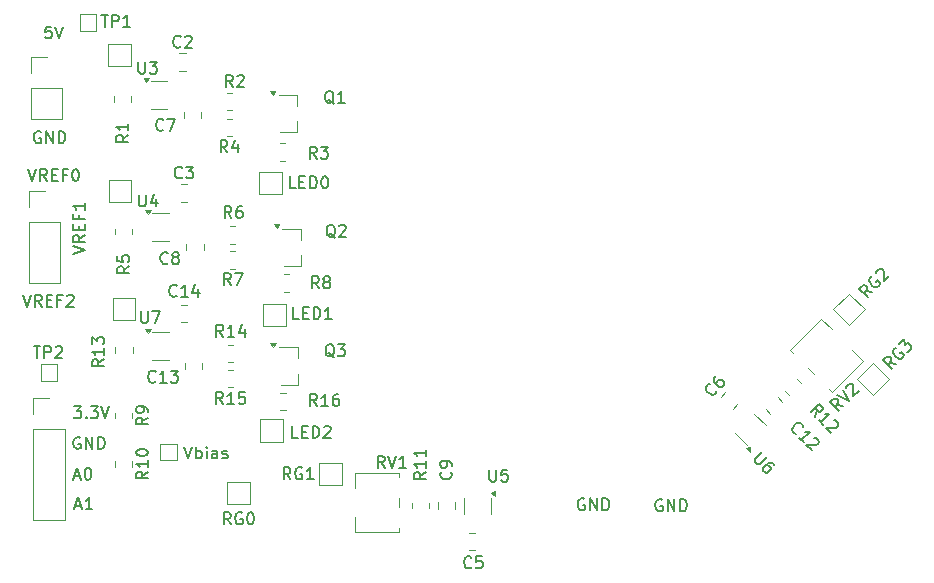
<source format=gbr>
%TF.GenerationSoftware,KiCad,Pcbnew,8.0.0-8.0.0-1~ubuntu20.04.1*%
%TF.CreationDate,2024-06-18T18:08:34-06:00*%
%TF.ProjectId,turbidometer,74757262-6964-46f6-9d65-7465722e6b69,rev?*%
%TF.SameCoordinates,Original*%
%TF.FileFunction,Legend,Top*%
%TF.FilePolarity,Positive*%
%FSLAX46Y46*%
G04 Gerber Fmt 4.6, Leading zero omitted, Abs format (unit mm)*
G04 Created by KiCad (PCBNEW 8.0.0-8.0.0-1~ubuntu20.04.1) date 2024-06-18 18:08:34*
%MOMM*%
%LPD*%
G01*
G04 APERTURE LIST*
%ADD10C,0.200000*%
%ADD11C,0.150000*%
%ADD12C,0.120000*%
G04 APERTURE END LIST*
D10*
X182573482Y-113774838D02*
X182478244Y-113727219D01*
X182478244Y-113727219D02*
X182335387Y-113727219D01*
X182335387Y-113727219D02*
X182192530Y-113774838D01*
X182192530Y-113774838D02*
X182097292Y-113870076D01*
X182097292Y-113870076D02*
X182049673Y-113965314D01*
X182049673Y-113965314D02*
X182002054Y-114155790D01*
X182002054Y-114155790D02*
X182002054Y-114298647D01*
X182002054Y-114298647D02*
X182049673Y-114489123D01*
X182049673Y-114489123D02*
X182097292Y-114584361D01*
X182097292Y-114584361D02*
X182192530Y-114679600D01*
X182192530Y-114679600D02*
X182335387Y-114727219D01*
X182335387Y-114727219D02*
X182430625Y-114727219D01*
X182430625Y-114727219D02*
X182573482Y-114679600D01*
X182573482Y-114679600D02*
X182621101Y-114631980D01*
X182621101Y-114631980D02*
X182621101Y-114298647D01*
X182621101Y-114298647D02*
X182430625Y-114298647D01*
X183049673Y-114727219D02*
X183049673Y-113727219D01*
X183049673Y-113727219D02*
X183621101Y-114727219D01*
X183621101Y-114727219D02*
X183621101Y-113727219D01*
X184097292Y-114727219D02*
X184097292Y-113727219D01*
X184097292Y-113727219D02*
X184335387Y-113727219D01*
X184335387Y-113727219D02*
X184478244Y-113774838D01*
X184478244Y-113774838D02*
X184573482Y-113870076D01*
X184573482Y-113870076D02*
X184621101Y-113965314D01*
X184621101Y-113965314D02*
X184668720Y-114155790D01*
X184668720Y-114155790D02*
X184668720Y-114298647D01*
X184668720Y-114298647D02*
X184621101Y-114489123D01*
X184621101Y-114489123D02*
X184573482Y-114584361D01*
X184573482Y-114584361D02*
X184478244Y-114679600D01*
X184478244Y-114679600D02*
X184335387Y-114727219D01*
X184335387Y-114727219D02*
X184097292Y-114727219D01*
X130865863Y-73707219D02*
X130389673Y-73707219D01*
X130389673Y-73707219D02*
X130342054Y-74183409D01*
X130342054Y-74183409D02*
X130389673Y-74135790D01*
X130389673Y-74135790D02*
X130484911Y-74088171D01*
X130484911Y-74088171D02*
X130723006Y-74088171D01*
X130723006Y-74088171D02*
X130818244Y-74135790D01*
X130818244Y-74135790D02*
X130865863Y-74183409D01*
X130865863Y-74183409D02*
X130913482Y-74278647D01*
X130913482Y-74278647D02*
X130913482Y-74516742D01*
X130913482Y-74516742D02*
X130865863Y-74611980D01*
X130865863Y-74611980D02*
X130818244Y-74659600D01*
X130818244Y-74659600D02*
X130723006Y-74707219D01*
X130723006Y-74707219D02*
X130484911Y-74707219D01*
X130484911Y-74707219D02*
X130389673Y-74659600D01*
X130389673Y-74659600D02*
X130342054Y-74611980D01*
X131199197Y-73707219D02*
X131532530Y-74707219D01*
X131532530Y-74707219D02*
X131865863Y-73707219D01*
X133293482Y-108514838D02*
X133198244Y-108467219D01*
X133198244Y-108467219D02*
X133055387Y-108467219D01*
X133055387Y-108467219D02*
X132912530Y-108514838D01*
X132912530Y-108514838D02*
X132817292Y-108610076D01*
X132817292Y-108610076D02*
X132769673Y-108705314D01*
X132769673Y-108705314D02*
X132722054Y-108895790D01*
X132722054Y-108895790D02*
X132722054Y-109038647D01*
X132722054Y-109038647D02*
X132769673Y-109229123D01*
X132769673Y-109229123D02*
X132817292Y-109324361D01*
X132817292Y-109324361D02*
X132912530Y-109419600D01*
X132912530Y-109419600D02*
X133055387Y-109467219D01*
X133055387Y-109467219D02*
X133150625Y-109467219D01*
X133150625Y-109467219D02*
X133293482Y-109419600D01*
X133293482Y-109419600D02*
X133341101Y-109371980D01*
X133341101Y-109371980D02*
X133341101Y-109038647D01*
X133341101Y-109038647D02*
X133150625Y-109038647D01*
X133769673Y-109467219D02*
X133769673Y-108467219D01*
X133769673Y-108467219D02*
X134341101Y-109467219D01*
X134341101Y-109467219D02*
X134341101Y-108467219D01*
X134817292Y-109467219D02*
X134817292Y-108467219D01*
X134817292Y-108467219D02*
X135055387Y-108467219D01*
X135055387Y-108467219D02*
X135198244Y-108514838D01*
X135198244Y-108514838D02*
X135293482Y-108610076D01*
X135293482Y-108610076D02*
X135341101Y-108705314D01*
X135341101Y-108705314D02*
X135388720Y-108895790D01*
X135388720Y-108895790D02*
X135388720Y-109038647D01*
X135388720Y-109038647D02*
X135341101Y-109229123D01*
X135341101Y-109229123D02*
X135293482Y-109324361D01*
X135293482Y-109324361D02*
X135198244Y-109419600D01*
X135198244Y-109419600D02*
X135055387Y-109467219D01*
X135055387Y-109467219D02*
X134817292Y-109467219D01*
X128926816Y-85777219D02*
X129260149Y-86777219D01*
X129260149Y-86777219D02*
X129593482Y-85777219D01*
X130498244Y-86777219D02*
X130164911Y-86301028D01*
X129926816Y-86777219D02*
X129926816Y-85777219D01*
X129926816Y-85777219D02*
X130307768Y-85777219D01*
X130307768Y-85777219D02*
X130403006Y-85824838D01*
X130403006Y-85824838D02*
X130450625Y-85872457D01*
X130450625Y-85872457D02*
X130498244Y-85967695D01*
X130498244Y-85967695D02*
X130498244Y-86110552D01*
X130498244Y-86110552D02*
X130450625Y-86205790D01*
X130450625Y-86205790D02*
X130403006Y-86253409D01*
X130403006Y-86253409D02*
X130307768Y-86301028D01*
X130307768Y-86301028D02*
X129926816Y-86301028D01*
X130926816Y-86253409D02*
X131260149Y-86253409D01*
X131403006Y-86777219D02*
X130926816Y-86777219D01*
X130926816Y-86777219D02*
X130926816Y-85777219D01*
X130926816Y-85777219D02*
X131403006Y-85777219D01*
X132164911Y-86253409D02*
X131831578Y-86253409D01*
X131831578Y-86777219D02*
X131831578Y-85777219D01*
X131831578Y-85777219D02*
X132307768Y-85777219D01*
X132879197Y-85777219D02*
X132974435Y-85777219D01*
X132974435Y-85777219D02*
X133069673Y-85824838D01*
X133069673Y-85824838D02*
X133117292Y-85872457D01*
X133117292Y-85872457D02*
X133164911Y-85967695D01*
X133164911Y-85967695D02*
X133212530Y-86158171D01*
X133212530Y-86158171D02*
X133212530Y-86396266D01*
X133212530Y-86396266D02*
X133164911Y-86586742D01*
X133164911Y-86586742D02*
X133117292Y-86681980D01*
X133117292Y-86681980D02*
X133069673Y-86729600D01*
X133069673Y-86729600D02*
X132974435Y-86777219D01*
X132974435Y-86777219D02*
X132879197Y-86777219D01*
X132879197Y-86777219D02*
X132783959Y-86729600D01*
X132783959Y-86729600D02*
X132736340Y-86681980D01*
X132736340Y-86681980D02*
X132688721Y-86586742D01*
X132688721Y-86586742D02*
X132641102Y-86396266D01*
X132641102Y-86396266D02*
X132641102Y-86158171D01*
X132641102Y-86158171D02*
X132688721Y-85967695D01*
X132688721Y-85967695D02*
X132736340Y-85872457D01*
X132736340Y-85872457D02*
X132783959Y-85824838D01*
X132783959Y-85824838D02*
X132879197Y-85777219D01*
X176003482Y-113704838D02*
X175908244Y-113657219D01*
X175908244Y-113657219D02*
X175765387Y-113657219D01*
X175765387Y-113657219D02*
X175622530Y-113704838D01*
X175622530Y-113704838D02*
X175527292Y-113800076D01*
X175527292Y-113800076D02*
X175479673Y-113895314D01*
X175479673Y-113895314D02*
X175432054Y-114085790D01*
X175432054Y-114085790D02*
X175432054Y-114228647D01*
X175432054Y-114228647D02*
X175479673Y-114419123D01*
X175479673Y-114419123D02*
X175527292Y-114514361D01*
X175527292Y-114514361D02*
X175622530Y-114609600D01*
X175622530Y-114609600D02*
X175765387Y-114657219D01*
X175765387Y-114657219D02*
X175860625Y-114657219D01*
X175860625Y-114657219D02*
X176003482Y-114609600D01*
X176003482Y-114609600D02*
X176051101Y-114561980D01*
X176051101Y-114561980D02*
X176051101Y-114228647D01*
X176051101Y-114228647D02*
X175860625Y-114228647D01*
X176479673Y-114657219D02*
X176479673Y-113657219D01*
X176479673Y-113657219D02*
X177051101Y-114657219D01*
X177051101Y-114657219D02*
X177051101Y-113657219D01*
X177527292Y-114657219D02*
X177527292Y-113657219D01*
X177527292Y-113657219D02*
X177765387Y-113657219D01*
X177765387Y-113657219D02*
X177908244Y-113704838D01*
X177908244Y-113704838D02*
X178003482Y-113800076D01*
X178003482Y-113800076D02*
X178051101Y-113895314D01*
X178051101Y-113895314D02*
X178098720Y-114085790D01*
X178098720Y-114085790D02*
X178098720Y-114228647D01*
X178098720Y-114228647D02*
X178051101Y-114419123D01*
X178051101Y-114419123D02*
X178003482Y-114514361D01*
X178003482Y-114514361D02*
X177908244Y-114609600D01*
X177908244Y-114609600D02*
X177765387Y-114657219D01*
X177765387Y-114657219D02*
X177527292Y-114657219D01*
X132774435Y-105867219D02*
X133393482Y-105867219D01*
X133393482Y-105867219D02*
X133060149Y-106248171D01*
X133060149Y-106248171D02*
X133203006Y-106248171D01*
X133203006Y-106248171D02*
X133298244Y-106295790D01*
X133298244Y-106295790D02*
X133345863Y-106343409D01*
X133345863Y-106343409D02*
X133393482Y-106438647D01*
X133393482Y-106438647D02*
X133393482Y-106676742D01*
X133393482Y-106676742D02*
X133345863Y-106771980D01*
X133345863Y-106771980D02*
X133298244Y-106819600D01*
X133298244Y-106819600D02*
X133203006Y-106867219D01*
X133203006Y-106867219D02*
X132917292Y-106867219D01*
X132917292Y-106867219D02*
X132822054Y-106819600D01*
X132822054Y-106819600D02*
X132774435Y-106771980D01*
X133822054Y-106771980D02*
X133869673Y-106819600D01*
X133869673Y-106819600D02*
X133822054Y-106867219D01*
X133822054Y-106867219D02*
X133774435Y-106819600D01*
X133774435Y-106819600D02*
X133822054Y-106771980D01*
X133822054Y-106771980D02*
X133822054Y-106867219D01*
X134203006Y-105867219D02*
X134822053Y-105867219D01*
X134822053Y-105867219D02*
X134488720Y-106248171D01*
X134488720Y-106248171D02*
X134631577Y-106248171D01*
X134631577Y-106248171D02*
X134726815Y-106295790D01*
X134726815Y-106295790D02*
X134774434Y-106343409D01*
X134774434Y-106343409D02*
X134822053Y-106438647D01*
X134822053Y-106438647D02*
X134822053Y-106676742D01*
X134822053Y-106676742D02*
X134774434Y-106771980D01*
X134774434Y-106771980D02*
X134726815Y-106819600D01*
X134726815Y-106819600D02*
X134631577Y-106867219D01*
X134631577Y-106867219D02*
X134345863Y-106867219D01*
X134345863Y-106867219D02*
X134250625Y-106819600D01*
X134250625Y-106819600D02*
X134203006Y-106771980D01*
X135107768Y-105867219D02*
X135441101Y-106867219D01*
X135441101Y-106867219D02*
X135774434Y-105867219D01*
X132707219Y-92923183D02*
X133707219Y-92589850D01*
X133707219Y-92589850D02*
X132707219Y-92256517D01*
X133707219Y-91351755D02*
X133231028Y-91685088D01*
X133707219Y-91923183D02*
X132707219Y-91923183D01*
X132707219Y-91923183D02*
X132707219Y-91542231D01*
X132707219Y-91542231D02*
X132754838Y-91446993D01*
X132754838Y-91446993D02*
X132802457Y-91399374D01*
X132802457Y-91399374D02*
X132897695Y-91351755D01*
X132897695Y-91351755D02*
X133040552Y-91351755D01*
X133040552Y-91351755D02*
X133135790Y-91399374D01*
X133135790Y-91399374D02*
X133183409Y-91446993D01*
X133183409Y-91446993D02*
X133231028Y-91542231D01*
X133231028Y-91542231D02*
X133231028Y-91923183D01*
X133183409Y-90923183D02*
X133183409Y-90589850D01*
X133707219Y-90446993D02*
X133707219Y-90923183D01*
X133707219Y-90923183D02*
X132707219Y-90923183D01*
X132707219Y-90923183D02*
X132707219Y-90446993D01*
X133183409Y-89685088D02*
X133183409Y-90018421D01*
X133707219Y-90018421D02*
X132707219Y-90018421D01*
X132707219Y-90018421D02*
X132707219Y-89542231D01*
X133707219Y-88637469D02*
X133707219Y-89208897D01*
X133707219Y-88923183D02*
X132707219Y-88923183D01*
X132707219Y-88923183D02*
X132850076Y-89018421D01*
X132850076Y-89018421D02*
X132945314Y-89113659D01*
X132945314Y-89113659D02*
X132992933Y-89208897D01*
X129953482Y-82624838D02*
X129858244Y-82577219D01*
X129858244Y-82577219D02*
X129715387Y-82577219D01*
X129715387Y-82577219D02*
X129572530Y-82624838D01*
X129572530Y-82624838D02*
X129477292Y-82720076D01*
X129477292Y-82720076D02*
X129429673Y-82815314D01*
X129429673Y-82815314D02*
X129382054Y-83005790D01*
X129382054Y-83005790D02*
X129382054Y-83148647D01*
X129382054Y-83148647D02*
X129429673Y-83339123D01*
X129429673Y-83339123D02*
X129477292Y-83434361D01*
X129477292Y-83434361D02*
X129572530Y-83529600D01*
X129572530Y-83529600D02*
X129715387Y-83577219D01*
X129715387Y-83577219D02*
X129810625Y-83577219D01*
X129810625Y-83577219D02*
X129953482Y-83529600D01*
X129953482Y-83529600D02*
X130001101Y-83481980D01*
X130001101Y-83481980D02*
X130001101Y-83148647D01*
X130001101Y-83148647D02*
X129810625Y-83148647D01*
X130429673Y-83577219D02*
X130429673Y-82577219D01*
X130429673Y-82577219D02*
X131001101Y-83577219D01*
X131001101Y-83577219D02*
X131001101Y-82577219D01*
X131477292Y-83577219D02*
X131477292Y-82577219D01*
X131477292Y-82577219D02*
X131715387Y-82577219D01*
X131715387Y-82577219D02*
X131858244Y-82624838D01*
X131858244Y-82624838D02*
X131953482Y-82720076D01*
X131953482Y-82720076D02*
X132001101Y-82815314D01*
X132001101Y-82815314D02*
X132048720Y-83005790D01*
X132048720Y-83005790D02*
X132048720Y-83148647D01*
X132048720Y-83148647D02*
X132001101Y-83339123D01*
X132001101Y-83339123D02*
X131953482Y-83434361D01*
X131953482Y-83434361D02*
X131858244Y-83529600D01*
X131858244Y-83529600D02*
X131715387Y-83577219D01*
X131715387Y-83577219D02*
X131477292Y-83577219D01*
X132822054Y-111781504D02*
X133298244Y-111781504D01*
X132726816Y-112067219D02*
X133060149Y-111067219D01*
X133060149Y-111067219D02*
X133393482Y-112067219D01*
X133917292Y-111067219D02*
X134012530Y-111067219D01*
X134012530Y-111067219D02*
X134107768Y-111114838D01*
X134107768Y-111114838D02*
X134155387Y-111162457D01*
X134155387Y-111162457D02*
X134203006Y-111257695D01*
X134203006Y-111257695D02*
X134250625Y-111448171D01*
X134250625Y-111448171D02*
X134250625Y-111686266D01*
X134250625Y-111686266D02*
X134203006Y-111876742D01*
X134203006Y-111876742D02*
X134155387Y-111971980D01*
X134155387Y-111971980D02*
X134107768Y-112019600D01*
X134107768Y-112019600D02*
X134012530Y-112067219D01*
X134012530Y-112067219D02*
X133917292Y-112067219D01*
X133917292Y-112067219D02*
X133822054Y-112019600D01*
X133822054Y-112019600D02*
X133774435Y-111971980D01*
X133774435Y-111971980D02*
X133726816Y-111876742D01*
X133726816Y-111876742D02*
X133679197Y-111686266D01*
X133679197Y-111686266D02*
X133679197Y-111448171D01*
X133679197Y-111448171D02*
X133726816Y-111257695D01*
X133726816Y-111257695D02*
X133774435Y-111162457D01*
X133774435Y-111162457D02*
X133822054Y-111114838D01*
X133822054Y-111114838D02*
X133917292Y-111067219D01*
X132922054Y-114281504D02*
X133398244Y-114281504D01*
X132826816Y-114567219D02*
X133160149Y-113567219D01*
X133160149Y-113567219D02*
X133493482Y-114567219D01*
X134350625Y-114567219D02*
X133779197Y-114567219D01*
X134064911Y-114567219D02*
X134064911Y-113567219D01*
X134064911Y-113567219D02*
X133969673Y-113710076D01*
X133969673Y-113710076D02*
X133874435Y-113805314D01*
X133874435Y-113805314D02*
X133779197Y-113852933D01*
D11*
X164689580Y-111426666D02*
X164737200Y-111474285D01*
X164737200Y-111474285D02*
X164784819Y-111617142D01*
X164784819Y-111617142D02*
X164784819Y-111712380D01*
X164784819Y-111712380D02*
X164737200Y-111855237D01*
X164737200Y-111855237D02*
X164641961Y-111950475D01*
X164641961Y-111950475D02*
X164546723Y-111998094D01*
X164546723Y-111998094D02*
X164356247Y-112045713D01*
X164356247Y-112045713D02*
X164213390Y-112045713D01*
X164213390Y-112045713D02*
X164022914Y-111998094D01*
X164022914Y-111998094D02*
X163927676Y-111950475D01*
X163927676Y-111950475D02*
X163832438Y-111855237D01*
X163832438Y-111855237D02*
X163784819Y-111712380D01*
X163784819Y-111712380D02*
X163784819Y-111617142D01*
X163784819Y-111617142D02*
X163832438Y-111474285D01*
X163832438Y-111474285D02*
X163880057Y-111426666D01*
X164784819Y-110950475D02*
X164784819Y-110759999D01*
X164784819Y-110759999D02*
X164737200Y-110664761D01*
X164737200Y-110664761D02*
X164689580Y-110617142D01*
X164689580Y-110617142D02*
X164546723Y-110521904D01*
X164546723Y-110521904D02*
X164356247Y-110474285D01*
X164356247Y-110474285D02*
X163975295Y-110474285D01*
X163975295Y-110474285D02*
X163880057Y-110521904D01*
X163880057Y-110521904D02*
X163832438Y-110569523D01*
X163832438Y-110569523D02*
X163784819Y-110664761D01*
X163784819Y-110664761D02*
X163784819Y-110855237D01*
X163784819Y-110855237D02*
X163832438Y-110950475D01*
X163832438Y-110950475D02*
X163880057Y-110998094D01*
X163880057Y-110998094D02*
X163975295Y-111045713D01*
X163975295Y-111045713D02*
X164213390Y-111045713D01*
X164213390Y-111045713D02*
X164308628Y-110998094D01*
X164308628Y-110998094D02*
X164356247Y-110950475D01*
X164356247Y-110950475D02*
X164403866Y-110855237D01*
X164403866Y-110855237D02*
X164403866Y-110664761D01*
X164403866Y-110664761D02*
X164356247Y-110569523D01*
X164356247Y-110569523D02*
X164308628Y-110521904D01*
X164308628Y-110521904D02*
X164213390Y-110474285D01*
X154784761Y-80260057D02*
X154689523Y-80212438D01*
X154689523Y-80212438D02*
X154594285Y-80117200D01*
X154594285Y-80117200D02*
X154451428Y-79974342D01*
X154451428Y-79974342D02*
X154356190Y-79926723D01*
X154356190Y-79926723D02*
X154260952Y-79926723D01*
X154308571Y-80164819D02*
X154213333Y-80117200D01*
X154213333Y-80117200D02*
X154118095Y-80021961D01*
X154118095Y-80021961D02*
X154070476Y-79831485D01*
X154070476Y-79831485D02*
X154070476Y-79498152D01*
X154070476Y-79498152D02*
X154118095Y-79307676D01*
X154118095Y-79307676D02*
X154213333Y-79212438D01*
X154213333Y-79212438D02*
X154308571Y-79164819D01*
X154308571Y-79164819D02*
X154499047Y-79164819D01*
X154499047Y-79164819D02*
X154594285Y-79212438D01*
X154594285Y-79212438D02*
X154689523Y-79307676D01*
X154689523Y-79307676D02*
X154737142Y-79498152D01*
X154737142Y-79498152D02*
X154737142Y-79831485D01*
X154737142Y-79831485D02*
X154689523Y-80021961D01*
X154689523Y-80021961D02*
X154594285Y-80117200D01*
X154594285Y-80117200D02*
X154499047Y-80164819D01*
X154499047Y-80164819D02*
X154308571Y-80164819D01*
X155689523Y-80164819D02*
X155118095Y-80164819D01*
X155403809Y-80164819D02*
X155403809Y-79164819D01*
X155403809Y-79164819D02*
X155308571Y-79307676D01*
X155308571Y-79307676D02*
X155213333Y-79402914D01*
X155213333Y-79402914D02*
X155118095Y-79450533D01*
X153513333Y-95864819D02*
X153180000Y-95388628D01*
X152941905Y-95864819D02*
X152941905Y-94864819D01*
X152941905Y-94864819D02*
X153322857Y-94864819D01*
X153322857Y-94864819D02*
X153418095Y-94912438D01*
X153418095Y-94912438D02*
X153465714Y-94960057D01*
X153465714Y-94960057D02*
X153513333Y-95055295D01*
X153513333Y-95055295D02*
X153513333Y-95198152D01*
X153513333Y-95198152D02*
X153465714Y-95293390D01*
X153465714Y-95293390D02*
X153418095Y-95341009D01*
X153418095Y-95341009D02*
X153322857Y-95388628D01*
X153322857Y-95388628D02*
X152941905Y-95388628D01*
X154084762Y-95293390D02*
X153989524Y-95245771D01*
X153989524Y-95245771D02*
X153941905Y-95198152D01*
X153941905Y-95198152D02*
X153894286Y-95102914D01*
X153894286Y-95102914D02*
X153894286Y-95055295D01*
X153894286Y-95055295D02*
X153941905Y-94960057D01*
X153941905Y-94960057D02*
X153989524Y-94912438D01*
X153989524Y-94912438D02*
X154084762Y-94864819D01*
X154084762Y-94864819D02*
X154275238Y-94864819D01*
X154275238Y-94864819D02*
X154370476Y-94912438D01*
X154370476Y-94912438D02*
X154418095Y-94960057D01*
X154418095Y-94960057D02*
X154465714Y-95055295D01*
X154465714Y-95055295D02*
X154465714Y-95102914D01*
X154465714Y-95102914D02*
X154418095Y-95198152D01*
X154418095Y-95198152D02*
X154370476Y-95245771D01*
X154370476Y-95245771D02*
X154275238Y-95293390D01*
X154275238Y-95293390D02*
X154084762Y-95293390D01*
X154084762Y-95293390D02*
X153989524Y-95341009D01*
X153989524Y-95341009D02*
X153941905Y-95388628D01*
X153941905Y-95388628D02*
X153894286Y-95483866D01*
X153894286Y-95483866D02*
X153894286Y-95674342D01*
X153894286Y-95674342D02*
X153941905Y-95769580D01*
X153941905Y-95769580D02*
X153989524Y-95817200D01*
X153989524Y-95817200D02*
X154084762Y-95864819D01*
X154084762Y-95864819D02*
X154275238Y-95864819D01*
X154275238Y-95864819D02*
X154370476Y-95817200D01*
X154370476Y-95817200D02*
X154418095Y-95769580D01*
X154418095Y-95769580D02*
X154465714Y-95674342D01*
X154465714Y-95674342D02*
X154465714Y-95483866D01*
X154465714Y-95483866D02*
X154418095Y-95388628D01*
X154418095Y-95388628D02*
X154370476Y-95341009D01*
X154370476Y-95341009D02*
X154275238Y-95293390D01*
X162554819Y-111432857D02*
X162078628Y-111766190D01*
X162554819Y-112004285D02*
X161554819Y-112004285D01*
X161554819Y-112004285D02*
X161554819Y-111623333D01*
X161554819Y-111623333D02*
X161602438Y-111528095D01*
X161602438Y-111528095D02*
X161650057Y-111480476D01*
X161650057Y-111480476D02*
X161745295Y-111432857D01*
X161745295Y-111432857D02*
X161888152Y-111432857D01*
X161888152Y-111432857D02*
X161983390Y-111480476D01*
X161983390Y-111480476D02*
X162031009Y-111528095D01*
X162031009Y-111528095D02*
X162078628Y-111623333D01*
X162078628Y-111623333D02*
X162078628Y-112004285D01*
X162554819Y-110480476D02*
X162554819Y-111051904D01*
X162554819Y-110766190D02*
X161554819Y-110766190D01*
X161554819Y-110766190D02*
X161697676Y-110861428D01*
X161697676Y-110861428D02*
X161792914Y-110956666D01*
X161792914Y-110956666D02*
X161840533Y-111051904D01*
X162554819Y-109528095D02*
X162554819Y-110099523D01*
X162554819Y-109813809D02*
X161554819Y-109813809D01*
X161554819Y-109813809D02*
X161697676Y-109909047D01*
X161697676Y-109909047D02*
X161792914Y-110004285D01*
X161792914Y-110004285D02*
X161840533Y-110099523D01*
X200385669Y-96209156D02*
X199813249Y-96108141D01*
X199981608Y-96613217D02*
X199274501Y-95906111D01*
X199274501Y-95906111D02*
X199543875Y-95636737D01*
X199543875Y-95636737D02*
X199644890Y-95603065D01*
X199644890Y-95603065D02*
X199712234Y-95603065D01*
X199712234Y-95603065D02*
X199813249Y-95636737D01*
X199813249Y-95636737D02*
X199914264Y-95737752D01*
X199914264Y-95737752D02*
X199947936Y-95838767D01*
X199947936Y-95838767D02*
X199947936Y-95906111D01*
X199947936Y-95906111D02*
X199914264Y-96007126D01*
X199914264Y-96007126D02*
X199644890Y-96276500D01*
X200385669Y-94862286D02*
X200284654Y-94895958D01*
X200284654Y-94895958D02*
X200183638Y-94996973D01*
X200183638Y-94996973D02*
X200116295Y-95131660D01*
X200116295Y-95131660D02*
X200116295Y-95266347D01*
X200116295Y-95266347D02*
X200149967Y-95367363D01*
X200149967Y-95367363D02*
X200250982Y-95535721D01*
X200250982Y-95535721D02*
X200351997Y-95636737D01*
X200351997Y-95636737D02*
X200520356Y-95737752D01*
X200520356Y-95737752D02*
X200621371Y-95771424D01*
X200621371Y-95771424D02*
X200756058Y-95771424D01*
X200756058Y-95771424D02*
X200890745Y-95704080D01*
X200890745Y-95704080D02*
X200958089Y-95636737D01*
X200958089Y-95636737D02*
X201025432Y-95502050D01*
X201025432Y-95502050D02*
X201025432Y-95434706D01*
X201025432Y-95434706D02*
X200789730Y-95199004D01*
X200789730Y-95199004D02*
X200655043Y-95333691D01*
X200722386Y-94592912D02*
X200722386Y-94525569D01*
X200722386Y-94525569D02*
X200756058Y-94424553D01*
X200756058Y-94424553D02*
X200924417Y-94256195D01*
X200924417Y-94256195D02*
X201025432Y-94222523D01*
X201025432Y-94222523D02*
X201092776Y-94222523D01*
X201092776Y-94222523D02*
X201193791Y-94256195D01*
X201193791Y-94256195D02*
X201261134Y-94323538D01*
X201261134Y-94323538D02*
X201328478Y-94458225D01*
X201328478Y-94458225D02*
X201328478Y-95266347D01*
X201328478Y-95266347D02*
X201766211Y-94828615D01*
X151540952Y-87397319D02*
X151064762Y-87397319D01*
X151064762Y-87397319D02*
X151064762Y-86397319D01*
X151874286Y-86873509D02*
X152207619Y-86873509D01*
X152350476Y-87397319D02*
X151874286Y-87397319D01*
X151874286Y-87397319D02*
X151874286Y-86397319D01*
X151874286Y-86397319D02*
X152350476Y-86397319D01*
X152779048Y-87397319D02*
X152779048Y-86397319D01*
X152779048Y-86397319D02*
X153017143Y-86397319D01*
X153017143Y-86397319D02*
X153160000Y-86444938D01*
X153160000Y-86444938D02*
X153255238Y-86540176D01*
X153255238Y-86540176D02*
X153302857Y-86635414D01*
X153302857Y-86635414D02*
X153350476Y-86825890D01*
X153350476Y-86825890D02*
X153350476Y-86968747D01*
X153350476Y-86968747D02*
X153302857Y-87159223D01*
X153302857Y-87159223D02*
X153255238Y-87254461D01*
X153255238Y-87254461D02*
X153160000Y-87349700D01*
X153160000Y-87349700D02*
X153017143Y-87397319D01*
X153017143Y-87397319D02*
X152779048Y-87397319D01*
X153969524Y-86397319D02*
X154064762Y-86397319D01*
X154064762Y-86397319D02*
X154160000Y-86444938D01*
X154160000Y-86444938D02*
X154207619Y-86492557D01*
X154207619Y-86492557D02*
X154255238Y-86587795D01*
X154255238Y-86587795D02*
X154302857Y-86778271D01*
X154302857Y-86778271D02*
X154302857Y-87016366D01*
X154302857Y-87016366D02*
X154255238Y-87206842D01*
X154255238Y-87206842D02*
X154207619Y-87302080D01*
X154207619Y-87302080D02*
X154160000Y-87349700D01*
X154160000Y-87349700D02*
X154064762Y-87397319D01*
X154064762Y-87397319D02*
X153969524Y-87397319D01*
X153969524Y-87397319D02*
X153874286Y-87349700D01*
X153874286Y-87349700D02*
X153826667Y-87302080D01*
X153826667Y-87302080D02*
X153779048Y-87206842D01*
X153779048Y-87206842D02*
X153731429Y-87016366D01*
X153731429Y-87016366D02*
X153731429Y-86778271D01*
X153731429Y-86778271D02*
X153779048Y-86587795D01*
X153779048Y-86587795D02*
X153826667Y-86492557D01*
X153826667Y-86492557D02*
X153874286Y-86444938D01*
X153874286Y-86444938D02*
X153969524Y-86397319D01*
X166423333Y-119469580D02*
X166375714Y-119517200D01*
X166375714Y-119517200D02*
X166232857Y-119564819D01*
X166232857Y-119564819D02*
X166137619Y-119564819D01*
X166137619Y-119564819D02*
X165994762Y-119517200D01*
X165994762Y-119517200D02*
X165899524Y-119421961D01*
X165899524Y-119421961D02*
X165851905Y-119326723D01*
X165851905Y-119326723D02*
X165804286Y-119136247D01*
X165804286Y-119136247D02*
X165804286Y-118993390D01*
X165804286Y-118993390D02*
X165851905Y-118802914D01*
X165851905Y-118802914D02*
X165899524Y-118707676D01*
X165899524Y-118707676D02*
X165994762Y-118612438D01*
X165994762Y-118612438D02*
X166137619Y-118564819D01*
X166137619Y-118564819D02*
X166232857Y-118564819D01*
X166232857Y-118564819D02*
X166375714Y-118612438D01*
X166375714Y-118612438D02*
X166423333Y-118660057D01*
X167328095Y-118564819D02*
X166851905Y-118564819D01*
X166851905Y-118564819D02*
X166804286Y-119041009D01*
X166804286Y-119041009D02*
X166851905Y-118993390D01*
X166851905Y-118993390D02*
X166947143Y-118945771D01*
X166947143Y-118945771D02*
X167185238Y-118945771D01*
X167185238Y-118945771D02*
X167280476Y-118993390D01*
X167280476Y-118993390D02*
X167328095Y-119041009D01*
X167328095Y-119041009D02*
X167375714Y-119136247D01*
X167375714Y-119136247D02*
X167375714Y-119374342D01*
X167375714Y-119374342D02*
X167328095Y-119469580D01*
X167328095Y-119469580D02*
X167280476Y-119517200D01*
X167280476Y-119517200D02*
X167185238Y-119564819D01*
X167185238Y-119564819D02*
X166947143Y-119564819D01*
X166947143Y-119564819D02*
X166851905Y-119517200D01*
X166851905Y-119517200D02*
X166804286Y-119469580D01*
X138238095Y-76684819D02*
X138238095Y-77494342D01*
X138238095Y-77494342D02*
X138285714Y-77589580D01*
X138285714Y-77589580D02*
X138333333Y-77637200D01*
X138333333Y-77637200D02*
X138428571Y-77684819D01*
X138428571Y-77684819D02*
X138619047Y-77684819D01*
X138619047Y-77684819D02*
X138714285Y-77637200D01*
X138714285Y-77637200D02*
X138761904Y-77589580D01*
X138761904Y-77589580D02*
X138809523Y-77494342D01*
X138809523Y-77494342D02*
X138809523Y-76684819D01*
X139190476Y-76684819D02*
X139809523Y-76684819D01*
X139809523Y-76684819D02*
X139476190Y-77065771D01*
X139476190Y-77065771D02*
X139619047Y-77065771D01*
X139619047Y-77065771D02*
X139714285Y-77113390D01*
X139714285Y-77113390D02*
X139761904Y-77161009D01*
X139761904Y-77161009D02*
X139809523Y-77256247D01*
X139809523Y-77256247D02*
X139809523Y-77494342D01*
X139809523Y-77494342D02*
X139761904Y-77589580D01*
X139761904Y-77589580D02*
X139714285Y-77637200D01*
X139714285Y-77637200D02*
X139619047Y-77684819D01*
X139619047Y-77684819D02*
X139333333Y-77684819D01*
X139333333Y-77684819D02*
X139238095Y-77637200D01*
X139238095Y-77637200D02*
X139190476Y-77589580D01*
X138458095Y-97784819D02*
X138458095Y-98594342D01*
X138458095Y-98594342D02*
X138505714Y-98689580D01*
X138505714Y-98689580D02*
X138553333Y-98737200D01*
X138553333Y-98737200D02*
X138648571Y-98784819D01*
X138648571Y-98784819D02*
X138839047Y-98784819D01*
X138839047Y-98784819D02*
X138934285Y-98737200D01*
X138934285Y-98737200D02*
X138981904Y-98689580D01*
X138981904Y-98689580D02*
X139029523Y-98594342D01*
X139029523Y-98594342D02*
X139029523Y-97784819D01*
X139410476Y-97784819D02*
X140077142Y-97784819D01*
X140077142Y-97784819D02*
X139648571Y-98784819D01*
X128479524Y-96414819D02*
X128812857Y-97414819D01*
X128812857Y-97414819D02*
X129146190Y-96414819D01*
X130050952Y-97414819D02*
X129717619Y-96938628D01*
X129479524Y-97414819D02*
X129479524Y-96414819D01*
X129479524Y-96414819D02*
X129860476Y-96414819D01*
X129860476Y-96414819D02*
X129955714Y-96462438D01*
X129955714Y-96462438D02*
X130003333Y-96510057D01*
X130003333Y-96510057D02*
X130050952Y-96605295D01*
X130050952Y-96605295D02*
X130050952Y-96748152D01*
X130050952Y-96748152D02*
X130003333Y-96843390D01*
X130003333Y-96843390D02*
X129955714Y-96891009D01*
X129955714Y-96891009D02*
X129860476Y-96938628D01*
X129860476Y-96938628D02*
X129479524Y-96938628D01*
X130479524Y-96891009D02*
X130812857Y-96891009D01*
X130955714Y-97414819D02*
X130479524Y-97414819D01*
X130479524Y-97414819D02*
X130479524Y-96414819D01*
X130479524Y-96414819D02*
X130955714Y-96414819D01*
X131717619Y-96891009D02*
X131384286Y-96891009D01*
X131384286Y-97414819D02*
X131384286Y-96414819D01*
X131384286Y-96414819D02*
X131860476Y-96414819D01*
X132193810Y-96510057D02*
X132241429Y-96462438D01*
X132241429Y-96462438D02*
X132336667Y-96414819D01*
X132336667Y-96414819D02*
X132574762Y-96414819D01*
X132574762Y-96414819D02*
X132670000Y-96462438D01*
X132670000Y-96462438D02*
X132717619Y-96510057D01*
X132717619Y-96510057D02*
X132765238Y-96605295D01*
X132765238Y-96605295D02*
X132765238Y-96700533D01*
X132765238Y-96700533D02*
X132717619Y-96843390D01*
X132717619Y-96843390D02*
X132146191Y-97414819D01*
X132146191Y-97414819D02*
X132765238Y-97414819D01*
X151840952Y-98474819D02*
X151364762Y-98474819D01*
X151364762Y-98474819D02*
X151364762Y-97474819D01*
X152174286Y-97951009D02*
X152507619Y-97951009D01*
X152650476Y-98474819D02*
X152174286Y-98474819D01*
X152174286Y-98474819D02*
X152174286Y-97474819D01*
X152174286Y-97474819D02*
X152650476Y-97474819D01*
X153079048Y-98474819D02*
X153079048Y-97474819D01*
X153079048Y-97474819D02*
X153317143Y-97474819D01*
X153317143Y-97474819D02*
X153460000Y-97522438D01*
X153460000Y-97522438D02*
X153555238Y-97617676D01*
X153555238Y-97617676D02*
X153602857Y-97712914D01*
X153602857Y-97712914D02*
X153650476Y-97903390D01*
X153650476Y-97903390D02*
X153650476Y-98046247D01*
X153650476Y-98046247D02*
X153602857Y-98236723D01*
X153602857Y-98236723D02*
X153555238Y-98331961D01*
X153555238Y-98331961D02*
X153460000Y-98427200D01*
X153460000Y-98427200D02*
X153317143Y-98474819D01*
X153317143Y-98474819D02*
X153079048Y-98474819D01*
X154602857Y-98474819D02*
X154031429Y-98474819D01*
X154317143Y-98474819D02*
X154317143Y-97474819D01*
X154317143Y-97474819D02*
X154221905Y-97617676D01*
X154221905Y-97617676D02*
X154126667Y-97712914D01*
X154126667Y-97712914D02*
X154031429Y-97760533D01*
X202412735Y-102255328D02*
X201840315Y-102154313D01*
X202008674Y-102659389D02*
X201301567Y-101952283D01*
X201301567Y-101952283D02*
X201570941Y-101682909D01*
X201570941Y-101682909D02*
X201671956Y-101649237D01*
X201671956Y-101649237D02*
X201739300Y-101649237D01*
X201739300Y-101649237D02*
X201840315Y-101682909D01*
X201840315Y-101682909D02*
X201941330Y-101783924D01*
X201941330Y-101783924D02*
X201975002Y-101884939D01*
X201975002Y-101884939D02*
X201975002Y-101952283D01*
X201975002Y-101952283D02*
X201941330Y-102053298D01*
X201941330Y-102053298D02*
X201671956Y-102322672D01*
X202412735Y-100908458D02*
X202311720Y-100942130D01*
X202311720Y-100942130D02*
X202210704Y-101043145D01*
X202210704Y-101043145D02*
X202143361Y-101177832D01*
X202143361Y-101177832D02*
X202143361Y-101312519D01*
X202143361Y-101312519D02*
X202177033Y-101413535D01*
X202177033Y-101413535D02*
X202278048Y-101581893D01*
X202278048Y-101581893D02*
X202379063Y-101682909D01*
X202379063Y-101682909D02*
X202547422Y-101783924D01*
X202547422Y-101783924D02*
X202648437Y-101817596D01*
X202648437Y-101817596D02*
X202783124Y-101817596D01*
X202783124Y-101817596D02*
X202917811Y-101750252D01*
X202917811Y-101750252D02*
X202985155Y-101682909D01*
X202985155Y-101682909D02*
X203052498Y-101548222D01*
X203052498Y-101548222D02*
X203052498Y-101480878D01*
X203052498Y-101480878D02*
X202816796Y-101245176D01*
X202816796Y-101245176D02*
X202682109Y-101379863D01*
X202648437Y-100605412D02*
X203086170Y-100167680D01*
X203086170Y-100167680D02*
X203119842Y-100672756D01*
X203119842Y-100672756D02*
X203220857Y-100571741D01*
X203220857Y-100571741D02*
X203321872Y-100538069D01*
X203321872Y-100538069D02*
X203389216Y-100538069D01*
X203389216Y-100538069D02*
X203490231Y-100571741D01*
X203490231Y-100571741D02*
X203658590Y-100740100D01*
X203658590Y-100740100D02*
X203692262Y-100841115D01*
X203692262Y-100841115D02*
X203692262Y-100908458D01*
X203692262Y-100908458D02*
X203658590Y-101009474D01*
X203658590Y-101009474D02*
X203456559Y-101211504D01*
X203456559Y-101211504D02*
X203355544Y-101245176D01*
X203355544Y-101245176D02*
X203288200Y-101245176D01*
X195556660Y-106750568D02*
X195657675Y-106178149D01*
X195152599Y-106346507D02*
X195859706Y-105639401D01*
X195859706Y-105639401D02*
X196129080Y-105908775D01*
X196129080Y-105908775D02*
X196162752Y-106009790D01*
X196162752Y-106009790D02*
X196162752Y-106077133D01*
X196162752Y-106077133D02*
X196129080Y-106178149D01*
X196129080Y-106178149D02*
X196028065Y-106279164D01*
X196028065Y-106279164D02*
X195927049Y-106312836D01*
X195927049Y-106312836D02*
X195859706Y-106312836D01*
X195859706Y-106312836D02*
X195758691Y-106279164D01*
X195758691Y-106279164D02*
X195489317Y-106009790D01*
X196230095Y-107424003D02*
X195826034Y-107019942D01*
X196028065Y-107221973D02*
X196735171Y-106514866D01*
X196735171Y-106514866D02*
X196566813Y-106548538D01*
X196566813Y-106548538D02*
X196432126Y-106548538D01*
X196432126Y-106548538D02*
X196331110Y-106514866D01*
X197139233Y-107053614D02*
X197206576Y-107053614D01*
X197206576Y-107053614D02*
X197307591Y-107087286D01*
X197307591Y-107087286D02*
X197475950Y-107255645D01*
X197475950Y-107255645D02*
X197509622Y-107356660D01*
X197509622Y-107356660D02*
X197509622Y-107424004D01*
X197509622Y-107424004D02*
X197475950Y-107525019D01*
X197475950Y-107525019D02*
X197408607Y-107592362D01*
X197408607Y-107592362D02*
X197273920Y-107659706D01*
X197273920Y-107659706D02*
X196465798Y-107659706D01*
X196465798Y-107659706D02*
X196903530Y-108097439D01*
X141477142Y-96479580D02*
X141429523Y-96527200D01*
X141429523Y-96527200D02*
X141286666Y-96574819D01*
X141286666Y-96574819D02*
X141191428Y-96574819D01*
X141191428Y-96574819D02*
X141048571Y-96527200D01*
X141048571Y-96527200D02*
X140953333Y-96431961D01*
X140953333Y-96431961D02*
X140905714Y-96336723D01*
X140905714Y-96336723D02*
X140858095Y-96146247D01*
X140858095Y-96146247D02*
X140858095Y-96003390D01*
X140858095Y-96003390D02*
X140905714Y-95812914D01*
X140905714Y-95812914D02*
X140953333Y-95717676D01*
X140953333Y-95717676D02*
X141048571Y-95622438D01*
X141048571Y-95622438D02*
X141191428Y-95574819D01*
X141191428Y-95574819D02*
X141286666Y-95574819D01*
X141286666Y-95574819D02*
X141429523Y-95622438D01*
X141429523Y-95622438D02*
X141477142Y-95670057D01*
X142429523Y-96574819D02*
X141858095Y-96574819D01*
X142143809Y-96574819D02*
X142143809Y-95574819D01*
X142143809Y-95574819D02*
X142048571Y-95717676D01*
X142048571Y-95717676D02*
X141953333Y-95812914D01*
X141953333Y-95812914D02*
X141858095Y-95860533D01*
X143286666Y-95908152D02*
X143286666Y-96574819D01*
X143048571Y-95527200D02*
X142810476Y-96241485D01*
X142810476Y-96241485D02*
X143429523Y-96241485D01*
X153357142Y-105834819D02*
X153023809Y-105358628D01*
X152785714Y-105834819D02*
X152785714Y-104834819D01*
X152785714Y-104834819D02*
X153166666Y-104834819D01*
X153166666Y-104834819D02*
X153261904Y-104882438D01*
X153261904Y-104882438D02*
X153309523Y-104930057D01*
X153309523Y-104930057D02*
X153357142Y-105025295D01*
X153357142Y-105025295D02*
X153357142Y-105168152D01*
X153357142Y-105168152D02*
X153309523Y-105263390D01*
X153309523Y-105263390D02*
X153261904Y-105311009D01*
X153261904Y-105311009D02*
X153166666Y-105358628D01*
X153166666Y-105358628D02*
X152785714Y-105358628D01*
X154309523Y-105834819D02*
X153738095Y-105834819D01*
X154023809Y-105834819D02*
X154023809Y-104834819D01*
X154023809Y-104834819D02*
X153928571Y-104977676D01*
X153928571Y-104977676D02*
X153833333Y-105072914D01*
X153833333Y-105072914D02*
X153738095Y-105120533D01*
X155166666Y-104834819D02*
X154976190Y-104834819D01*
X154976190Y-104834819D02*
X154880952Y-104882438D01*
X154880952Y-104882438D02*
X154833333Y-104930057D01*
X154833333Y-104930057D02*
X154738095Y-105072914D01*
X154738095Y-105072914D02*
X154690476Y-105263390D01*
X154690476Y-105263390D02*
X154690476Y-105644342D01*
X154690476Y-105644342D02*
X154738095Y-105739580D01*
X154738095Y-105739580D02*
X154785714Y-105787200D01*
X154785714Y-105787200D02*
X154880952Y-105834819D01*
X154880952Y-105834819D02*
X155071428Y-105834819D01*
X155071428Y-105834819D02*
X155166666Y-105787200D01*
X155166666Y-105787200D02*
X155214285Y-105739580D01*
X155214285Y-105739580D02*
X155261904Y-105644342D01*
X155261904Y-105644342D02*
X155261904Y-105406247D01*
X155261904Y-105406247D02*
X155214285Y-105311009D01*
X155214285Y-105311009D02*
X155166666Y-105263390D01*
X155166666Y-105263390D02*
X155071428Y-105215771D01*
X155071428Y-105215771D02*
X154880952Y-105215771D01*
X154880952Y-105215771D02*
X154785714Y-105263390D01*
X154785714Y-105263390D02*
X154738095Y-105311009D01*
X154738095Y-105311009D02*
X154690476Y-105406247D01*
X141810833Y-75389580D02*
X141763214Y-75437200D01*
X141763214Y-75437200D02*
X141620357Y-75484819D01*
X141620357Y-75484819D02*
X141525119Y-75484819D01*
X141525119Y-75484819D02*
X141382262Y-75437200D01*
X141382262Y-75437200D02*
X141287024Y-75341961D01*
X141287024Y-75341961D02*
X141239405Y-75246723D01*
X141239405Y-75246723D02*
X141191786Y-75056247D01*
X141191786Y-75056247D02*
X141191786Y-74913390D01*
X141191786Y-74913390D02*
X141239405Y-74722914D01*
X141239405Y-74722914D02*
X141287024Y-74627676D01*
X141287024Y-74627676D02*
X141382262Y-74532438D01*
X141382262Y-74532438D02*
X141525119Y-74484819D01*
X141525119Y-74484819D02*
X141620357Y-74484819D01*
X141620357Y-74484819D02*
X141763214Y-74532438D01*
X141763214Y-74532438D02*
X141810833Y-74580057D01*
X142191786Y-74580057D02*
X142239405Y-74532438D01*
X142239405Y-74532438D02*
X142334643Y-74484819D01*
X142334643Y-74484819D02*
X142572738Y-74484819D01*
X142572738Y-74484819D02*
X142667976Y-74532438D01*
X142667976Y-74532438D02*
X142715595Y-74580057D01*
X142715595Y-74580057D02*
X142763214Y-74675295D01*
X142763214Y-74675295D02*
X142763214Y-74770533D01*
X142763214Y-74770533D02*
X142715595Y-74913390D01*
X142715595Y-74913390D02*
X142144167Y-75484819D01*
X142144167Y-75484819D02*
X142763214Y-75484819D01*
X139054819Y-106806666D02*
X138578628Y-107139999D01*
X139054819Y-107378094D02*
X138054819Y-107378094D01*
X138054819Y-107378094D02*
X138054819Y-106997142D01*
X138054819Y-106997142D02*
X138102438Y-106901904D01*
X138102438Y-106901904D02*
X138150057Y-106854285D01*
X138150057Y-106854285D02*
X138245295Y-106806666D01*
X138245295Y-106806666D02*
X138388152Y-106806666D01*
X138388152Y-106806666D02*
X138483390Y-106854285D01*
X138483390Y-106854285D02*
X138531009Y-106901904D01*
X138531009Y-106901904D02*
X138578628Y-106997142D01*
X138578628Y-106997142D02*
X138578628Y-107378094D01*
X139054819Y-106330475D02*
X139054819Y-106139999D01*
X139054819Y-106139999D02*
X139007200Y-106044761D01*
X139007200Y-106044761D02*
X138959580Y-105997142D01*
X138959580Y-105997142D02*
X138816723Y-105901904D01*
X138816723Y-105901904D02*
X138626247Y-105854285D01*
X138626247Y-105854285D02*
X138245295Y-105854285D01*
X138245295Y-105854285D02*
X138150057Y-105901904D01*
X138150057Y-105901904D02*
X138102438Y-105949523D01*
X138102438Y-105949523D02*
X138054819Y-106044761D01*
X138054819Y-106044761D02*
X138054819Y-106235237D01*
X138054819Y-106235237D02*
X138102438Y-106330475D01*
X138102438Y-106330475D02*
X138150057Y-106378094D01*
X138150057Y-106378094D02*
X138245295Y-106425713D01*
X138245295Y-106425713D02*
X138483390Y-106425713D01*
X138483390Y-106425713D02*
X138578628Y-106378094D01*
X138578628Y-106378094D02*
X138626247Y-106330475D01*
X138626247Y-106330475D02*
X138673866Y-106235237D01*
X138673866Y-106235237D02*
X138673866Y-106044761D01*
X138673866Y-106044761D02*
X138626247Y-105949523D01*
X138626247Y-105949523D02*
X138578628Y-105901904D01*
X138578628Y-105901904D02*
X138483390Y-105854285D01*
X129368095Y-100774819D02*
X129939523Y-100774819D01*
X129653809Y-101774819D02*
X129653809Y-100774819D01*
X130272857Y-101774819D02*
X130272857Y-100774819D01*
X130272857Y-100774819D02*
X130653809Y-100774819D01*
X130653809Y-100774819D02*
X130749047Y-100822438D01*
X130749047Y-100822438D02*
X130796666Y-100870057D01*
X130796666Y-100870057D02*
X130844285Y-100965295D01*
X130844285Y-100965295D02*
X130844285Y-101108152D01*
X130844285Y-101108152D02*
X130796666Y-101203390D01*
X130796666Y-101203390D02*
X130749047Y-101251009D01*
X130749047Y-101251009D02*
X130653809Y-101298628D01*
X130653809Y-101298628D02*
X130272857Y-101298628D01*
X131225238Y-100870057D02*
X131272857Y-100822438D01*
X131272857Y-100822438D02*
X131368095Y-100774819D01*
X131368095Y-100774819D02*
X131606190Y-100774819D01*
X131606190Y-100774819D02*
X131701428Y-100822438D01*
X131701428Y-100822438D02*
X131749047Y-100870057D01*
X131749047Y-100870057D02*
X131796666Y-100965295D01*
X131796666Y-100965295D02*
X131796666Y-101060533D01*
X131796666Y-101060533D02*
X131749047Y-101203390D01*
X131749047Y-101203390D02*
X131177619Y-101774819D01*
X131177619Y-101774819D02*
X131796666Y-101774819D01*
X159074761Y-111064819D02*
X158741428Y-110588628D01*
X158503333Y-111064819D02*
X158503333Y-110064819D01*
X158503333Y-110064819D02*
X158884285Y-110064819D01*
X158884285Y-110064819D02*
X158979523Y-110112438D01*
X158979523Y-110112438D02*
X159027142Y-110160057D01*
X159027142Y-110160057D02*
X159074761Y-110255295D01*
X159074761Y-110255295D02*
X159074761Y-110398152D01*
X159074761Y-110398152D02*
X159027142Y-110493390D01*
X159027142Y-110493390D02*
X158979523Y-110541009D01*
X158979523Y-110541009D02*
X158884285Y-110588628D01*
X158884285Y-110588628D02*
X158503333Y-110588628D01*
X159360476Y-110064819D02*
X159693809Y-111064819D01*
X159693809Y-111064819D02*
X160027142Y-110064819D01*
X160884285Y-111064819D02*
X160312857Y-111064819D01*
X160598571Y-111064819D02*
X160598571Y-110064819D01*
X160598571Y-110064819D02*
X160503333Y-110207676D01*
X160503333Y-110207676D02*
X160408095Y-110302914D01*
X160408095Y-110302914D02*
X160312857Y-110350533D01*
X154824761Y-101710057D02*
X154729523Y-101662438D01*
X154729523Y-101662438D02*
X154634285Y-101567200D01*
X154634285Y-101567200D02*
X154491428Y-101424342D01*
X154491428Y-101424342D02*
X154396190Y-101376723D01*
X154396190Y-101376723D02*
X154300952Y-101376723D01*
X154348571Y-101614819D02*
X154253333Y-101567200D01*
X154253333Y-101567200D02*
X154158095Y-101471961D01*
X154158095Y-101471961D02*
X154110476Y-101281485D01*
X154110476Y-101281485D02*
X154110476Y-100948152D01*
X154110476Y-100948152D02*
X154158095Y-100757676D01*
X154158095Y-100757676D02*
X154253333Y-100662438D01*
X154253333Y-100662438D02*
X154348571Y-100614819D01*
X154348571Y-100614819D02*
X154539047Y-100614819D01*
X154539047Y-100614819D02*
X154634285Y-100662438D01*
X154634285Y-100662438D02*
X154729523Y-100757676D01*
X154729523Y-100757676D02*
X154777142Y-100948152D01*
X154777142Y-100948152D02*
X154777142Y-101281485D01*
X154777142Y-101281485D02*
X154729523Y-101471961D01*
X154729523Y-101471961D02*
X154634285Y-101567200D01*
X154634285Y-101567200D02*
X154539047Y-101614819D01*
X154539047Y-101614819D02*
X154348571Y-101614819D01*
X155110476Y-100614819D02*
X155729523Y-100614819D01*
X155729523Y-100614819D02*
X155396190Y-100995771D01*
X155396190Y-100995771D02*
X155539047Y-100995771D01*
X155539047Y-100995771D02*
X155634285Y-101043390D01*
X155634285Y-101043390D02*
X155681904Y-101091009D01*
X155681904Y-101091009D02*
X155729523Y-101186247D01*
X155729523Y-101186247D02*
X155729523Y-101424342D01*
X155729523Y-101424342D02*
X155681904Y-101519580D01*
X155681904Y-101519580D02*
X155634285Y-101567200D01*
X155634285Y-101567200D02*
X155539047Y-101614819D01*
X155539047Y-101614819D02*
X155253333Y-101614819D01*
X155253333Y-101614819D02*
X155158095Y-101567200D01*
X155158095Y-101567200D02*
X155110476Y-101519580D01*
X167958095Y-111224819D02*
X167958095Y-112034342D01*
X167958095Y-112034342D02*
X168005714Y-112129580D01*
X168005714Y-112129580D02*
X168053333Y-112177200D01*
X168053333Y-112177200D02*
X168148571Y-112224819D01*
X168148571Y-112224819D02*
X168339047Y-112224819D01*
X168339047Y-112224819D02*
X168434285Y-112177200D01*
X168434285Y-112177200D02*
X168481904Y-112129580D01*
X168481904Y-112129580D02*
X168529523Y-112034342D01*
X168529523Y-112034342D02*
X168529523Y-111224819D01*
X169481904Y-111224819D02*
X169005714Y-111224819D01*
X169005714Y-111224819D02*
X168958095Y-111701009D01*
X168958095Y-111701009D02*
X169005714Y-111653390D01*
X169005714Y-111653390D02*
X169100952Y-111605771D01*
X169100952Y-111605771D02*
X169339047Y-111605771D01*
X169339047Y-111605771D02*
X169434285Y-111653390D01*
X169434285Y-111653390D02*
X169481904Y-111701009D01*
X169481904Y-111701009D02*
X169529523Y-111796247D01*
X169529523Y-111796247D02*
X169529523Y-112034342D01*
X169529523Y-112034342D02*
X169481904Y-112129580D01*
X169481904Y-112129580D02*
X169434285Y-112177200D01*
X169434285Y-112177200D02*
X169339047Y-112224819D01*
X169339047Y-112224819D02*
X169100952Y-112224819D01*
X169100952Y-112224819D02*
X169005714Y-112177200D01*
X169005714Y-112177200D02*
X168958095Y-112129580D01*
X146223333Y-78814819D02*
X145890000Y-78338628D01*
X145651905Y-78814819D02*
X145651905Y-77814819D01*
X145651905Y-77814819D02*
X146032857Y-77814819D01*
X146032857Y-77814819D02*
X146128095Y-77862438D01*
X146128095Y-77862438D02*
X146175714Y-77910057D01*
X146175714Y-77910057D02*
X146223333Y-78005295D01*
X146223333Y-78005295D02*
X146223333Y-78148152D01*
X146223333Y-78148152D02*
X146175714Y-78243390D01*
X146175714Y-78243390D02*
X146128095Y-78291009D01*
X146128095Y-78291009D02*
X146032857Y-78338628D01*
X146032857Y-78338628D02*
X145651905Y-78338628D01*
X146604286Y-77910057D02*
X146651905Y-77862438D01*
X146651905Y-77862438D02*
X146747143Y-77814819D01*
X146747143Y-77814819D02*
X146985238Y-77814819D01*
X146985238Y-77814819D02*
X147080476Y-77862438D01*
X147080476Y-77862438D02*
X147128095Y-77910057D01*
X147128095Y-77910057D02*
X147175714Y-78005295D01*
X147175714Y-78005295D02*
X147175714Y-78100533D01*
X147175714Y-78100533D02*
X147128095Y-78243390D01*
X147128095Y-78243390D02*
X146556667Y-78814819D01*
X146556667Y-78814819D02*
X147175714Y-78814819D01*
X151754004Y-108519819D02*
X151277814Y-108519819D01*
X151277814Y-108519819D02*
X151277814Y-107519819D01*
X152087338Y-107996009D02*
X152420671Y-107996009D01*
X152563528Y-108519819D02*
X152087338Y-108519819D01*
X152087338Y-108519819D02*
X152087338Y-107519819D01*
X152087338Y-107519819D02*
X152563528Y-107519819D01*
X152992100Y-108519819D02*
X152992100Y-107519819D01*
X152992100Y-107519819D02*
X153230195Y-107519819D01*
X153230195Y-107519819D02*
X153373052Y-107567438D01*
X153373052Y-107567438D02*
X153468290Y-107662676D01*
X153468290Y-107662676D02*
X153515909Y-107757914D01*
X153515909Y-107757914D02*
X153563528Y-107948390D01*
X153563528Y-107948390D02*
X153563528Y-108091247D01*
X153563528Y-108091247D02*
X153515909Y-108281723D01*
X153515909Y-108281723D02*
X153468290Y-108376961D01*
X153468290Y-108376961D02*
X153373052Y-108472200D01*
X153373052Y-108472200D02*
X153230195Y-108519819D01*
X153230195Y-108519819D02*
X152992100Y-108519819D01*
X153944481Y-107615057D02*
X153992100Y-107567438D01*
X153992100Y-107567438D02*
X154087338Y-107519819D01*
X154087338Y-107519819D02*
X154325433Y-107519819D01*
X154325433Y-107519819D02*
X154420671Y-107567438D01*
X154420671Y-107567438D02*
X154468290Y-107615057D01*
X154468290Y-107615057D02*
X154515909Y-107710295D01*
X154515909Y-107710295D02*
X154515909Y-107805533D01*
X154515909Y-107805533D02*
X154468290Y-107948390D01*
X154468290Y-107948390D02*
X153896862Y-108519819D01*
X153896862Y-108519819D02*
X154515909Y-108519819D01*
X135314819Y-101892857D02*
X134838628Y-102226190D01*
X135314819Y-102464285D02*
X134314819Y-102464285D01*
X134314819Y-102464285D02*
X134314819Y-102083333D01*
X134314819Y-102083333D02*
X134362438Y-101988095D01*
X134362438Y-101988095D02*
X134410057Y-101940476D01*
X134410057Y-101940476D02*
X134505295Y-101892857D01*
X134505295Y-101892857D02*
X134648152Y-101892857D01*
X134648152Y-101892857D02*
X134743390Y-101940476D01*
X134743390Y-101940476D02*
X134791009Y-101988095D01*
X134791009Y-101988095D02*
X134838628Y-102083333D01*
X134838628Y-102083333D02*
X134838628Y-102464285D01*
X135314819Y-100940476D02*
X135314819Y-101511904D01*
X135314819Y-101226190D02*
X134314819Y-101226190D01*
X134314819Y-101226190D02*
X134457676Y-101321428D01*
X134457676Y-101321428D02*
X134552914Y-101416666D01*
X134552914Y-101416666D02*
X134600533Y-101511904D01*
X134314819Y-100607142D02*
X134314819Y-99988095D01*
X134314819Y-99988095D02*
X134695771Y-100321428D01*
X134695771Y-100321428D02*
X134695771Y-100178571D01*
X134695771Y-100178571D02*
X134743390Y-100083333D01*
X134743390Y-100083333D02*
X134791009Y-100035714D01*
X134791009Y-100035714D02*
X134886247Y-99988095D01*
X134886247Y-99988095D02*
X135124342Y-99988095D01*
X135124342Y-99988095D02*
X135219580Y-100035714D01*
X135219580Y-100035714D02*
X135267200Y-100083333D01*
X135267200Y-100083333D02*
X135314819Y-100178571D01*
X135314819Y-100178571D02*
X135314819Y-100464285D01*
X135314819Y-100464285D02*
X135267200Y-100559523D01*
X135267200Y-100559523D02*
X135219580Y-100607142D01*
X145417142Y-99954819D02*
X145083809Y-99478628D01*
X144845714Y-99954819D02*
X144845714Y-98954819D01*
X144845714Y-98954819D02*
X145226666Y-98954819D01*
X145226666Y-98954819D02*
X145321904Y-99002438D01*
X145321904Y-99002438D02*
X145369523Y-99050057D01*
X145369523Y-99050057D02*
X145417142Y-99145295D01*
X145417142Y-99145295D02*
X145417142Y-99288152D01*
X145417142Y-99288152D02*
X145369523Y-99383390D01*
X145369523Y-99383390D02*
X145321904Y-99431009D01*
X145321904Y-99431009D02*
X145226666Y-99478628D01*
X145226666Y-99478628D02*
X144845714Y-99478628D01*
X146369523Y-99954819D02*
X145798095Y-99954819D01*
X146083809Y-99954819D02*
X146083809Y-98954819D01*
X146083809Y-98954819D02*
X145988571Y-99097676D01*
X145988571Y-99097676D02*
X145893333Y-99192914D01*
X145893333Y-99192914D02*
X145798095Y-99240533D01*
X147226666Y-99288152D02*
X147226666Y-99954819D01*
X146988571Y-98907200D02*
X146750476Y-99621485D01*
X146750476Y-99621485D02*
X147369523Y-99621485D01*
X146053333Y-95574819D02*
X145720000Y-95098628D01*
X145481905Y-95574819D02*
X145481905Y-94574819D01*
X145481905Y-94574819D02*
X145862857Y-94574819D01*
X145862857Y-94574819D02*
X145958095Y-94622438D01*
X145958095Y-94622438D02*
X146005714Y-94670057D01*
X146005714Y-94670057D02*
X146053333Y-94765295D01*
X146053333Y-94765295D02*
X146053333Y-94908152D01*
X146053333Y-94908152D02*
X146005714Y-95003390D01*
X146005714Y-95003390D02*
X145958095Y-95051009D01*
X145958095Y-95051009D02*
X145862857Y-95098628D01*
X145862857Y-95098628D02*
X145481905Y-95098628D01*
X146386667Y-94574819D02*
X147053333Y-94574819D01*
X147053333Y-94574819D02*
X146624762Y-95574819D01*
X146115833Y-89904819D02*
X145782500Y-89428628D01*
X145544405Y-89904819D02*
X145544405Y-88904819D01*
X145544405Y-88904819D02*
X145925357Y-88904819D01*
X145925357Y-88904819D02*
X146020595Y-88952438D01*
X146020595Y-88952438D02*
X146068214Y-89000057D01*
X146068214Y-89000057D02*
X146115833Y-89095295D01*
X146115833Y-89095295D02*
X146115833Y-89238152D01*
X146115833Y-89238152D02*
X146068214Y-89333390D01*
X146068214Y-89333390D02*
X146020595Y-89381009D01*
X146020595Y-89381009D02*
X145925357Y-89428628D01*
X145925357Y-89428628D02*
X145544405Y-89428628D01*
X146972976Y-88904819D02*
X146782500Y-88904819D01*
X146782500Y-88904819D02*
X146687262Y-88952438D01*
X146687262Y-88952438D02*
X146639643Y-89000057D01*
X146639643Y-89000057D02*
X146544405Y-89142914D01*
X146544405Y-89142914D02*
X146496786Y-89333390D01*
X146496786Y-89333390D02*
X146496786Y-89714342D01*
X146496786Y-89714342D02*
X146544405Y-89809580D01*
X146544405Y-89809580D02*
X146592024Y-89857200D01*
X146592024Y-89857200D02*
X146687262Y-89904819D01*
X146687262Y-89904819D02*
X146877738Y-89904819D01*
X146877738Y-89904819D02*
X146972976Y-89857200D01*
X146972976Y-89857200D02*
X147020595Y-89809580D01*
X147020595Y-89809580D02*
X147068214Y-89714342D01*
X147068214Y-89714342D02*
X147068214Y-89476247D01*
X147068214Y-89476247D02*
X147020595Y-89381009D01*
X147020595Y-89381009D02*
X146972976Y-89333390D01*
X146972976Y-89333390D02*
X146877738Y-89285771D01*
X146877738Y-89285771D02*
X146687262Y-89285771D01*
X146687262Y-89285771D02*
X146592024Y-89333390D01*
X146592024Y-89333390D02*
X146544405Y-89381009D01*
X146544405Y-89381009D02*
X146496786Y-89476247D01*
X140723333Y-93719580D02*
X140675714Y-93767200D01*
X140675714Y-93767200D02*
X140532857Y-93814819D01*
X140532857Y-93814819D02*
X140437619Y-93814819D01*
X140437619Y-93814819D02*
X140294762Y-93767200D01*
X140294762Y-93767200D02*
X140199524Y-93671961D01*
X140199524Y-93671961D02*
X140151905Y-93576723D01*
X140151905Y-93576723D02*
X140104286Y-93386247D01*
X140104286Y-93386247D02*
X140104286Y-93243390D01*
X140104286Y-93243390D02*
X140151905Y-93052914D01*
X140151905Y-93052914D02*
X140199524Y-92957676D01*
X140199524Y-92957676D02*
X140294762Y-92862438D01*
X140294762Y-92862438D02*
X140437619Y-92814819D01*
X140437619Y-92814819D02*
X140532857Y-92814819D01*
X140532857Y-92814819D02*
X140675714Y-92862438D01*
X140675714Y-92862438D02*
X140723333Y-92910057D01*
X141294762Y-93243390D02*
X141199524Y-93195771D01*
X141199524Y-93195771D02*
X141151905Y-93148152D01*
X141151905Y-93148152D02*
X141104286Y-93052914D01*
X141104286Y-93052914D02*
X141104286Y-93005295D01*
X141104286Y-93005295D02*
X141151905Y-92910057D01*
X141151905Y-92910057D02*
X141199524Y-92862438D01*
X141199524Y-92862438D02*
X141294762Y-92814819D01*
X141294762Y-92814819D02*
X141485238Y-92814819D01*
X141485238Y-92814819D02*
X141580476Y-92862438D01*
X141580476Y-92862438D02*
X141628095Y-92910057D01*
X141628095Y-92910057D02*
X141675714Y-93005295D01*
X141675714Y-93005295D02*
X141675714Y-93052914D01*
X141675714Y-93052914D02*
X141628095Y-93148152D01*
X141628095Y-93148152D02*
X141580476Y-93195771D01*
X141580476Y-93195771D02*
X141485238Y-93243390D01*
X141485238Y-93243390D02*
X141294762Y-93243390D01*
X141294762Y-93243390D02*
X141199524Y-93291009D01*
X141199524Y-93291009D02*
X141151905Y-93338628D01*
X141151905Y-93338628D02*
X141104286Y-93433866D01*
X141104286Y-93433866D02*
X141104286Y-93624342D01*
X141104286Y-93624342D02*
X141151905Y-93719580D01*
X141151905Y-93719580D02*
X141199524Y-93767200D01*
X141199524Y-93767200D02*
X141294762Y-93814819D01*
X141294762Y-93814819D02*
X141485238Y-93814819D01*
X141485238Y-93814819D02*
X141580476Y-93767200D01*
X141580476Y-93767200D02*
X141628095Y-93719580D01*
X141628095Y-93719580D02*
X141675714Y-93624342D01*
X141675714Y-93624342D02*
X141675714Y-93433866D01*
X141675714Y-93433866D02*
X141628095Y-93338628D01*
X141628095Y-93338628D02*
X141580476Y-93291009D01*
X141580476Y-93291009D02*
X141485238Y-93243390D01*
X139687142Y-103749580D02*
X139639523Y-103797200D01*
X139639523Y-103797200D02*
X139496666Y-103844819D01*
X139496666Y-103844819D02*
X139401428Y-103844819D01*
X139401428Y-103844819D02*
X139258571Y-103797200D01*
X139258571Y-103797200D02*
X139163333Y-103701961D01*
X139163333Y-103701961D02*
X139115714Y-103606723D01*
X139115714Y-103606723D02*
X139068095Y-103416247D01*
X139068095Y-103416247D02*
X139068095Y-103273390D01*
X139068095Y-103273390D02*
X139115714Y-103082914D01*
X139115714Y-103082914D02*
X139163333Y-102987676D01*
X139163333Y-102987676D02*
X139258571Y-102892438D01*
X139258571Y-102892438D02*
X139401428Y-102844819D01*
X139401428Y-102844819D02*
X139496666Y-102844819D01*
X139496666Y-102844819D02*
X139639523Y-102892438D01*
X139639523Y-102892438D02*
X139687142Y-102940057D01*
X140639523Y-103844819D02*
X140068095Y-103844819D01*
X140353809Y-103844819D02*
X140353809Y-102844819D01*
X140353809Y-102844819D02*
X140258571Y-102987676D01*
X140258571Y-102987676D02*
X140163333Y-103082914D01*
X140163333Y-103082914D02*
X140068095Y-103130533D01*
X140972857Y-102844819D02*
X141591904Y-102844819D01*
X141591904Y-102844819D02*
X141258571Y-103225771D01*
X141258571Y-103225771D02*
X141401428Y-103225771D01*
X141401428Y-103225771D02*
X141496666Y-103273390D01*
X141496666Y-103273390D02*
X141544285Y-103321009D01*
X141544285Y-103321009D02*
X141591904Y-103416247D01*
X141591904Y-103416247D02*
X141591904Y-103654342D01*
X141591904Y-103654342D02*
X141544285Y-103749580D01*
X141544285Y-103749580D02*
X141496666Y-103797200D01*
X141496666Y-103797200D02*
X141401428Y-103844819D01*
X141401428Y-103844819D02*
X141115714Y-103844819D01*
X141115714Y-103844819D02*
X141020476Y-103797200D01*
X141020476Y-103797200D02*
X140972857Y-103749580D01*
X135088095Y-72724819D02*
X135659523Y-72724819D01*
X135373809Y-73724819D02*
X135373809Y-72724819D01*
X135992857Y-73724819D02*
X135992857Y-72724819D01*
X135992857Y-72724819D02*
X136373809Y-72724819D01*
X136373809Y-72724819D02*
X136469047Y-72772438D01*
X136469047Y-72772438D02*
X136516666Y-72820057D01*
X136516666Y-72820057D02*
X136564285Y-72915295D01*
X136564285Y-72915295D02*
X136564285Y-73058152D01*
X136564285Y-73058152D02*
X136516666Y-73153390D01*
X136516666Y-73153390D02*
X136469047Y-73201009D01*
X136469047Y-73201009D02*
X136373809Y-73248628D01*
X136373809Y-73248628D02*
X135992857Y-73248628D01*
X137516666Y-73724819D02*
X136945238Y-73724819D01*
X137230952Y-73724819D02*
X137230952Y-72724819D01*
X137230952Y-72724819D02*
X137135714Y-72867676D01*
X137135714Y-72867676D02*
X137040476Y-72962914D01*
X137040476Y-72962914D02*
X136945238Y-73010533D01*
X140353333Y-82429580D02*
X140305714Y-82477200D01*
X140305714Y-82477200D02*
X140162857Y-82524819D01*
X140162857Y-82524819D02*
X140067619Y-82524819D01*
X140067619Y-82524819D02*
X139924762Y-82477200D01*
X139924762Y-82477200D02*
X139829524Y-82381961D01*
X139829524Y-82381961D02*
X139781905Y-82286723D01*
X139781905Y-82286723D02*
X139734286Y-82096247D01*
X139734286Y-82096247D02*
X139734286Y-81953390D01*
X139734286Y-81953390D02*
X139781905Y-81762914D01*
X139781905Y-81762914D02*
X139829524Y-81667676D01*
X139829524Y-81667676D02*
X139924762Y-81572438D01*
X139924762Y-81572438D02*
X140067619Y-81524819D01*
X140067619Y-81524819D02*
X140162857Y-81524819D01*
X140162857Y-81524819D02*
X140305714Y-81572438D01*
X140305714Y-81572438D02*
X140353333Y-81620057D01*
X140686667Y-81524819D02*
X141353333Y-81524819D01*
X141353333Y-81524819D02*
X140924762Y-82524819D01*
X193953661Y-108163616D02*
X193886317Y-108163616D01*
X193886317Y-108163616D02*
X193751630Y-108096272D01*
X193751630Y-108096272D02*
X193684287Y-108028929D01*
X193684287Y-108028929D02*
X193616943Y-107894242D01*
X193616943Y-107894242D02*
X193616943Y-107759555D01*
X193616943Y-107759555D02*
X193650615Y-107658540D01*
X193650615Y-107658540D02*
X193751630Y-107490181D01*
X193751630Y-107490181D02*
X193852645Y-107389166D01*
X193852645Y-107389166D02*
X194021004Y-107288150D01*
X194021004Y-107288150D02*
X194122019Y-107254479D01*
X194122019Y-107254479D02*
X194256706Y-107254479D01*
X194256706Y-107254479D02*
X194391393Y-107321822D01*
X194391393Y-107321822D02*
X194458737Y-107389166D01*
X194458737Y-107389166D02*
X194526080Y-107523853D01*
X194526080Y-107523853D02*
X194526080Y-107591196D01*
X194559752Y-108904394D02*
X194155691Y-108500333D01*
X194357722Y-108702364D02*
X195064828Y-107995257D01*
X195064828Y-107995257D02*
X194896470Y-108028929D01*
X194896470Y-108028929D02*
X194761783Y-108028929D01*
X194761783Y-108028929D02*
X194660767Y-107995257D01*
X195468890Y-108534005D02*
X195536233Y-108534005D01*
X195536233Y-108534005D02*
X195637248Y-108567677D01*
X195637248Y-108567677D02*
X195805607Y-108736036D01*
X195805607Y-108736036D02*
X195839279Y-108837051D01*
X195839279Y-108837051D02*
X195839279Y-108904395D01*
X195839279Y-108904395D02*
X195805607Y-109005410D01*
X195805607Y-109005410D02*
X195738264Y-109072753D01*
X195738264Y-109072753D02*
X195603577Y-109140097D01*
X195603577Y-109140097D02*
X194795455Y-109140097D01*
X194795455Y-109140097D02*
X195233187Y-109577830D01*
X139054819Y-111392857D02*
X138578628Y-111726190D01*
X139054819Y-111964285D02*
X138054819Y-111964285D01*
X138054819Y-111964285D02*
X138054819Y-111583333D01*
X138054819Y-111583333D02*
X138102438Y-111488095D01*
X138102438Y-111488095D02*
X138150057Y-111440476D01*
X138150057Y-111440476D02*
X138245295Y-111392857D01*
X138245295Y-111392857D02*
X138388152Y-111392857D01*
X138388152Y-111392857D02*
X138483390Y-111440476D01*
X138483390Y-111440476D02*
X138531009Y-111488095D01*
X138531009Y-111488095D02*
X138578628Y-111583333D01*
X138578628Y-111583333D02*
X138578628Y-111964285D01*
X139054819Y-110440476D02*
X139054819Y-111011904D01*
X139054819Y-110726190D02*
X138054819Y-110726190D01*
X138054819Y-110726190D02*
X138197676Y-110821428D01*
X138197676Y-110821428D02*
X138292914Y-110916666D01*
X138292914Y-110916666D02*
X138340533Y-111011904D01*
X138054819Y-109821428D02*
X138054819Y-109726190D01*
X138054819Y-109726190D02*
X138102438Y-109630952D01*
X138102438Y-109630952D02*
X138150057Y-109583333D01*
X138150057Y-109583333D02*
X138245295Y-109535714D01*
X138245295Y-109535714D02*
X138435771Y-109488095D01*
X138435771Y-109488095D02*
X138673866Y-109488095D01*
X138673866Y-109488095D02*
X138864342Y-109535714D01*
X138864342Y-109535714D02*
X138959580Y-109583333D01*
X138959580Y-109583333D02*
X139007200Y-109630952D01*
X139007200Y-109630952D02*
X139054819Y-109726190D01*
X139054819Y-109726190D02*
X139054819Y-109821428D01*
X139054819Y-109821428D02*
X139007200Y-109916666D01*
X139007200Y-109916666D02*
X138959580Y-109964285D01*
X138959580Y-109964285D02*
X138864342Y-110011904D01*
X138864342Y-110011904D02*
X138673866Y-110059523D01*
X138673866Y-110059523D02*
X138435771Y-110059523D01*
X138435771Y-110059523D02*
X138245295Y-110011904D01*
X138245295Y-110011904D02*
X138150057Y-109964285D01*
X138150057Y-109964285D02*
X138102438Y-109916666D01*
X138102438Y-109916666D02*
X138054819Y-109821428D01*
X142119048Y-109264819D02*
X142452381Y-110264819D01*
X142452381Y-110264819D02*
X142785714Y-109264819D01*
X143119048Y-110264819D02*
X143119048Y-109264819D01*
X143119048Y-109645771D02*
X143214286Y-109598152D01*
X143214286Y-109598152D02*
X143404762Y-109598152D01*
X143404762Y-109598152D02*
X143500000Y-109645771D01*
X143500000Y-109645771D02*
X143547619Y-109693390D01*
X143547619Y-109693390D02*
X143595238Y-109788628D01*
X143595238Y-109788628D02*
X143595238Y-110074342D01*
X143595238Y-110074342D02*
X143547619Y-110169580D01*
X143547619Y-110169580D02*
X143500000Y-110217200D01*
X143500000Y-110217200D02*
X143404762Y-110264819D01*
X143404762Y-110264819D02*
X143214286Y-110264819D01*
X143214286Y-110264819D02*
X143119048Y-110217200D01*
X144023810Y-110264819D02*
X144023810Y-109598152D01*
X144023810Y-109264819D02*
X143976191Y-109312438D01*
X143976191Y-109312438D02*
X144023810Y-109360057D01*
X144023810Y-109360057D02*
X144071429Y-109312438D01*
X144071429Y-109312438D02*
X144023810Y-109264819D01*
X144023810Y-109264819D02*
X144023810Y-109360057D01*
X144928571Y-110264819D02*
X144928571Y-109741009D01*
X144928571Y-109741009D02*
X144880952Y-109645771D01*
X144880952Y-109645771D02*
X144785714Y-109598152D01*
X144785714Y-109598152D02*
X144595238Y-109598152D01*
X144595238Y-109598152D02*
X144500000Y-109645771D01*
X144928571Y-110217200D02*
X144833333Y-110264819D01*
X144833333Y-110264819D02*
X144595238Y-110264819D01*
X144595238Y-110264819D02*
X144500000Y-110217200D01*
X144500000Y-110217200D02*
X144452381Y-110121961D01*
X144452381Y-110121961D02*
X144452381Y-110026723D01*
X144452381Y-110026723D02*
X144500000Y-109931485D01*
X144500000Y-109931485D02*
X144595238Y-109883866D01*
X144595238Y-109883866D02*
X144833333Y-109883866D01*
X144833333Y-109883866D02*
X144928571Y-109836247D01*
X145357143Y-110217200D02*
X145452381Y-110264819D01*
X145452381Y-110264819D02*
X145642857Y-110264819D01*
X145642857Y-110264819D02*
X145738095Y-110217200D01*
X145738095Y-110217200D02*
X145785714Y-110121961D01*
X145785714Y-110121961D02*
X145785714Y-110074342D01*
X145785714Y-110074342D02*
X145738095Y-109979104D01*
X145738095Y-109979104D02*
X145642857Y-109931485D01*
X145642857Y-109931485D02*
X145500000Y-109931485D01*
X145500000Y-109931485D02*
X145404762Y-109883866D01*
X145404762Y-109883866D02*
X145357143Y-109788628D01*
X145357143Y-109788628D02*
X145357143Y-109741009D01*
X145357143Y-109741009D02*
X145404762Y-109645771D01*
X145404762Y-109645771D02*
X145500000Y-109598152D01*
X145500000Y-109598152D02*
X145642857Y-109598152D01*
X145642857Y-109598152D02*
X145738095Y-109645771D01*
X138278095Y-87934819D02*
X138278095Y-88744342D01*
X138278095Y-88744342D02*
X138325714Y-88839580D01*
X138325714Y-88839580D02*
X138373333Y-88887200D01*
X138373333Y-88887200D02*
X138468571Y-88934819D01*
X138468571Y-88934819D02*
X138659047Y-88934819D01*
X138659047Y-88934819D02*
X138754285Y-88887200D01*
X138754285Y-88887200D02*
X138801904Y-88839580D01*
X138801904Y-88839580D02*
X138849523Y-88744342D01*
X138849523Y-88744342D02*
X138849523Y-87934819D01*
X139754285Y-88268152D02*
X139754285Y-88934819D01*
X139516190Y-87887200D02*
X139278095Y-88601485D01*
X139278095Y-88601485D02*
X139897142Y-88601485D01*
X191024621Y-109764379D02*
X190452201Y-110336799D01*
X190452201Y-110336799D02*
X190418529Y-110437814D01*
X190418529Y-110437814D02*
X190418529Y-110505158D01*
X190418529Y-110505158D02*
X190452201Y-110606173D01*
X190452201Y-110606173D02*
X190586888Y-110740860D01*
X190586888Y-110740860D02*
X190687903Y-110774532D01*
X190687903Y-110774532D02*
X190755247Y-110774532D01*
X190755247Y-110774532D02*
X190856262Y-110740860D01*
X190856262Y-110740860D02*
X191428682Y-110168440D01*
X192068445Y-110808204D02*
X191933758Y-110673517D01*
X191933758Y-110673517D02*
X191832743Y-110639845D01*
X191832743Y-110639845D02*
X191765399Y-110639845D01*
X191765399Y-110639845D02*
X191597040Y-110673517D01*
X191597040Y-110673517D02*
X191428682Y-110774532D01*
X191428682Y-110774532D02*
X191159308Y-111043906D01*
X191159308Y-111043906D02*
X191125636Y-111144921D01*
X191125636Y-111144921D02*
X191125636Y-111212265D01*
X191125636Y-111212265D02*
X191159308Y-111313280D01*
X191159308Y-111313280D02*
X191293995Y-111447967D01*
X191293995Y-111447967D02*
X191395010Y-111481639D01*
X191395010Y-111481639D02*
X191462353Y-111481639D01*
X191462353Y-111481639D02*
X191563369Y-111447967D01*
X191563369Y-111447967D02*
X191731727Y-111279608D01*
X191731727Y-111279608D02*
X191765399Y-111178593D01*
X191765399Y-111178593D02*
X191765399Y-111111249D01*
X191765399Y-111111249D02*
X191731727Y-111010234D01*
X191731727Y-111010234D02*
X191597040Y-110875547D01*
X191597040Y-110875547D02*
X191496025Y-110841875D01*
X191496025Y-110841875D02*
X191428682Y-110841875D01*
X191428682Y-110841875D02*
X191327666Y-110875547D01*
X153333333Y-84884819D02*
X153000000Y-84408628D01*
X152761905Y-84884819D02*
X152761905Y-83884819D01*
X152761905Y-83884819D02*
X153142857Y-83884819D01*
X153142857Y-83884819D02*
X153238095Y-83932438D01*
X153238095Y-83932438D02*
X153285714Y-83980057D01*
X153285714Y-83980057D02*
X153333333Y-84075295D01*
X153333333Y-84075295D02*
X153333333Y-84218152D01*
X153333333Y-84218152D02*
X153285714Y-84313390D01*
X153285714Y-84313390D02*
X153238095Y-84361009D01*
X153238095Y-84361009D02*
X153142857Y-84408628D01*
X153142857Y-84408628D02*
X152761905Y-84408628D01*
X153666667Y-83884819D02*
X154285714Y-83884819D01*
X154285714Y-83884819D02*
X153952381Y-84265771D01*
X153952381Y-84265771D02*
X154095238Y-84265771D01*
X154095238Y-84265771D02*
X154190476Y-84313390D01*
X154190476Y-84313390D02*
X154238095Y-84361009D01*
X154238095Y-84361009D02*
X154285714Y-84456247D01*
X154285714Y-84456247D02*
X154285714Y-84694342D01*
X154285714Y-84694342D02*
X154238095Y-84789580D01*
X154238095Y-84789580D02*
X154190476Y-84837200D01*
X154190476Y-84837200D02*
X154095238Y-84884819D01*
X154095238Y-84884819D02*
X153809524Y-84884819D01*
X153809524Y-84884819D02*
X153714286Y-84837200D01*
X153714286Y-84837200D02*
X153666667Y-84789580D01*
X187182095Y-104550550D02*
X187182095Y-104617894D01*
X187182095Y-104617894D02*
X187114751Y-104752581D01*
X187114751Y-104752581D02*
X187047408Y-104819924D01*
X187047408Y-104819924D02*
X186912721Y-104887268D01*
X186912721Y-104887268D02*
X186778034Y-104887268D01*
X186778034Y-104887268D02*
X186677019Y-104853596D01*
X186677019Y-104853596D02*
X186508660Y-104752581D01*
X186508660Y-104752581D02*
X186407645Y-104651566D01*
X186407645Y-104651566D02*
X186306629Y-104483207D01*
X186306629Y-104483207D02*
X186272958Y-104382192D01*
X186272958Y-104382192D02*
X186272958Y-104247505D01*
X186272958Y-104247505D02*
X186340301Y-104112818D01*
X186340301Y-104112818D02*
X186407645Y-104045474D01*
X186407645Y-104045474D02*
X186542332Y-103978131D01*
X186542332Y-103978131D02*
X186609675Y-103978131D01*
X187148423Y-103304696D02*
X187013736Y-103439383D01*
X187013736Y-103439383D02*
X186980064Y-103540398D01*
X186980064Y-103540398D02*
X186980064Y-103607741D01*
X186980064Y-103607741D02*
X187013736Y-103776100D01*
X187013736Y-103776100D02*
X187114751Y-103944459D01*
X187114751Y-103944459D02*
X187384125Y-104213833D01*
X187384125Y-104213833D02*
X187485141Y-104247505D01*
X187485141Y-104247505D02*
X187552484Y-104247505D01*
X187552484Y-104247505D02*
X187653499Y-104213833D01*
X187653499Y-104213833D02*
X187788186Y-104079146D01*
X187788186Y-104079146D02*
X187821858Y-103978131D01*
X187821858Y-103978131D02*
X187821858Y-103910787D01*
X187821858Y-103910787D02*
X187788186Y-103809772D01*
X187788186Y-103809772D02*
X187619828Y-103641413D01*
X187619828Y-103641413D02*
X187518812Y-103607741D01*
X187518812Y-103607741D02*
X187451469Y-103607741D01*
X187451469Y-103607741D02*
X187350454Y-103641413D01*
X187350454Y-103641413D02*
X187215767Y-103776100D01*
X187215767Y-103776100D02*
X187182095Y-103877115D01*
X187182095Y-103877115D02*
X187182095Y-103944459D01*
X187182095Y-103944459D02*
X187215767Y-104045474D01*
X145773333Y-84344819D02*
X145440000Y-83868628D01*
X145201905Y-84344819D02*
X145201905Y-83344819D01*
X145201905Y-83344819D02*
X145582857Y-83344819D01*
X145582857Y-83344819D02*
X145678095Y-83392438D01*
X145678095Y-83392438D02*
X145725714Y-83440057D01*
X145725714Y-83440057D02*
X145773333Y-83535295D01*
X145773333Y-83535295D02*
X145773333Y-83678152D01*
X145773333Y-83678152D02*
X145725714Y-83773390D01*
X145725714Y-83773390D02*
X145678095Y-83821009D01*
X145678095Y-83821009D02*
X145582857Y-83868628D01*
X145582857Y-83868628D02*
X145201905Y-83868628D01*
X146630476Y-83678152D02*
X146630476Y-84344819D01*
X146392381Y-83297200D02*
X146154286Y-84011485D01*
X146154286Y-84011485D02*
X146773333Y-84011485D01*
X145397142Y-105664819D02*
X145063809Y-105188628D01*
X144825714Y-105664819D02*
X144825714Y-104664819D01*
X144825714Y-104664819D02*
X145206666Y-104664819D01*
X145206666Y-104664819D02*
X145301904Y-104712438D01*
X145301904Y-104712438D02*
X145349523Y-104760057D01*
X145349523Y-104760057D02*
X145397142Y-104855295D01*
X145397142Y-104855295D02*
X145397142Y-104998152D01*
X145397142Y-104998152D02*
X145349523Y-105093390D01*
X145349523Y-105093390D02*
X145301904Y-105141009D01*
X145301904Y-105141009D02*
X145206666Y-105188628D01*
X145206666Y-105188628D02*
X144825714Y-105188628D01*
X146349523Y-105664819D02*
X145778095Y-105664819D01*
X146063809Y-105664819D02*
X146063809Y-104664819D01*
X146063809Y-104664819D02*
X145968571Y-104807676D01*
X145968571Y-104807676D02*
X145873333Y-104902914D01*
X145873333Y-104902914D02*
X145778095Y-104950533D01*
X147254285Y-104664819D02*
X146778095Y-104664819D01*
X146778095Y-104664819D02*
X146730476Y-105141009D01*
X146730476Y-105141009D02*
X146778095Y-105093390D01*
X146778095Y-105093390D02*
X146873333Y-105045771D01*
X146873333Y-105045771D02*
X147111428Y-105045771D01*
X147111428Y-105045771D02*
X147206666Y-105093390D01*
X147206666Y-105093390D02*
X147254285Y-105141009D01*
X147254285Y-105141009D02*
X147301904Y-105236247D01*
X147301904Y-105236247D02*
X147301904Y-105474342D01*
X147301904Y-105474342D02*
X147254285Y-105569580D01*
X147254285Y-105569580D02*
X147206666Y-105617200D01*
X147206666Y-105617200D02*
X147111428Y-105664819D01*
X147111428Y-105664819D02*
X146873333Y-105664819D01*
X146873333Y-105664819D02*
X146778095Y-105617200D01*
X146778095Y-105617200D02*
X146730476Y-105569580D01*
X197930599Y-105815841D02*
X197358179Y-105714826D01*
X197526538Y-106219902D02*
X196819431Y-105512795D01*
X196819431Y-105512795D02*
X197088805Y-105243421D01*
X197088805Y-105243421D02*
X197189821Y-105209750D01*
X197189821Y-105209750D02*
X197257164Y-105209750D01*
X197257164Y-105209750D02*
X197358179Y-105243421D01*
X197358179Y-105243421D02*
X197459195Y-105344437D01*
X197459195Y-105344437D02*
X197492866Y-105445452D01*
X197492866Y-105445452D02*
X197492866Y-105512795D01*
X197492866Y-105512795D02*
X197459195Y-105613811D01*
X197459195Y-105613811D02*
X197189821Y-105883185D01*
X197425523Y-104906704D02*
X198368332Y-105378108D01*
X198368332Y-105378108D02*
X197896927Y-104435299D01*
X198166302Y-104300612D02*
X198166302Y-104233269D01*
X198166302Y-104233269D02*
X198199973Y-104132253D01*
X198199973Y-104132253D02*
X198368332Y-103963895D01*
X198368332Y-103963895D02*
X198469347Y-103930223D01*
X198469347Y-103930223D02*
X198536691Y-103930223D01*
X198536691Y-103930223D02*
X198637706Y-103963895D01*
X198637706Y-103963895D02*
X198705050Y-104031238D01*
X198705050Y-104031238D02*
X198772393Y-104165925D01*
X198772393Y-104165925D02*
X198772393Y-104974047D01*
X198772393Y-104974047D02*
X199210126Y-104536314D01*
X146053333Y-115844819D02*
X145720000Y-115368628D01*
X145481905Y-115844819D02*
X145481905Y-114844819D01*
X145481905Y-114844819D02*
X145862857Y-114844819D01*
X145862857Y-114844819D02*
X145958095Y-114892438D01*
X145958095Y-114892438D02*
X146005714Y-114940057D01*
X146005714Y-114940057D02*
X146053333Y-115035295D01*
X146053333Y-115035295D02*
X146053333Y-115178152D01*
X146053333Y-115178152D02*
X146005714Y-115273390D01*
X146005714Y-115273390D02*
X145958095Y-115321009D01*
X145958095Y-115321009D02*
X145862857Y-115368628D01*
X145862857Y-115368628D02*
X145481905Y-115368628D01*
X147005714Y-114892438D02*
X146910476Y-114844819D01*
X146910476Y-114844819D02*
X146767619Y-114844819D01*
X146767619Y-114844819D02*
X146624762Y-114892438D01*
X146624762Y-114892438D02*
X146529524Y-114987676D01*
X146529524Y-114987676D02*
X146481905Y-115082914D01*
X146481905Y-115082914D02*
X146434286Y-115273390D01*
X146434286Y-115273390D02*
X146434286Y-115416247D01*
X146434286Y-115416247D02*
X146481905Y-115606723D01*
X146481905Y-115606723D02*
X146529524Y-115701961D01*
X146529524Y-115701961D02*
X146624762Y-115797200D01*
X146624762Y-115797200D02*
X146767619Y-115844819D01*
X146767619Y-115844819D02*
X146862857Y-115844819D01*
X146862857Y-115844819D02*
X147005714Y-115797200D01*
X147005714Y-115797200D02*
X147053333Y-115749580D01*
X147053333Y-115749580D02*
X147053333Y-115416247D01*
X147053333Y-115416247D02*
X146862857Y-115416247D01*
X147672381Y-114844819D02*
X147767619Y-114844819D01*
X147767619Y-114844819D02*
X147862857Y-114892438D01*
X147862857Y-114892438D02*
X147910476Y-114940057D01*
X147910476Y-114940057D02*
X147958095Y-115035295D01*
X147958095Y-115035295D02*
X148005714Y-115225771D01*
X148005714Y-115225771D02*
X148005714Y-115463866D01*
X148005714Y-115463866D02*
X147958095Y-115654342D01*
X147958095Y-115654342D02*
X147910476Y-115749580D01*
X147910476Y-115749580D02*
X147862857Y-115797200D01*
X147862857Y-115797200D02*
X147767619Y-115844819D01*
X147767619Y-115844819D02*
X147672381Y-115844819D01*
X147672381Y-115844819D02*
X147577143Y-115797200D01*
X147577143Y-115797200D02*
X147529524Y-115749580D01*
X147529524Y-115749580D02*
X147481905Y-115654342D01*
X147481905Y-115654342D02*
X147434286Y-115463866D01*
X147434286Y-115463866D02*
X147434286Y-115225771D01*
X147434286Y-115225771D02*
X147481905Y-115035295D01*
X147481905Y-115035295D02*
X147529524Y-114940057D01*
X147529524Y-114940057D02*
X147577143Y-114892438D01*
X147577143Y-114892438D02*
X147672381Y-114844819D01*
X154914761Y-91590057D02*
X154819523Y-91542438D01*
X154819523Y-91542438D02*
X154724285Y-91447200D01*
X154724285Y-91447200D02*
X154581428Y-91304342D01*
X154581428Y-91304342D02*
X154486190Y-91256723D01*
X154486190Y-91256723D02*
X154390952Y-91256723D01*
X154438571Y-91494819D02*
X154343333Y-91447200D01*
X154343333Y-91447200D02*
X154248095Y-91351961D01*
X154248095Y-91351961D02*
X154200476Y-91161485D01*
X154200476Y-91161485D02*
X154200476Y-90828152D01*
X154200476Y-90828152D02*
X154248095Y-90637676D01*
X154248095Y-90637676D02*
X154343333Y-90542438D01*
X154343333Y-90542438D02*
X154438571Y-90494819D01*
X154438571Y-90494819D02*
X154629047Y-90494819D01*
X154629047Y-90494819D02*
X154724285Y-90542438D01*
X154724285Y-90542438D02*
X154819523Y-90637676D01*
X154819523Y-90637676D02*
X154867142Y-90828152D01*
X154867142Y-90828152D02*
X154867142Y-91161485D01*
X154867142Y-91161485D02*
X154819523Y-91351961D01*
X154819523Y-91351961D02*
X154724285Y-91447200D01*
X154724285Y-91447200D02*
X154629047Y-91494819D01*
X154629047Y-91494819D02*
X154438571Y-91494819D01*
X155248095Y-90590057D02*
X155295714Y-90542438D01*
X155295714Y-90542438D02*
X155390952Y-90494819D01*
X155390952Y-90494819D02*
X155629047Y-90494819D01*
X155629047Y-90494819D02*
X155724285Y-90542438D01*
X155724285Y-90542438D02*
X155771904Y-90590057D01*
X155771904Y-90590057D02*
X155819523Y-90685295D01*
X155819523Y-90685295D02*
X155819523Y-90780533D01*
X155819523Y-90780533D02*
X155771904Y-90923390D01*
X155771904Y-90923390D02*
X155200476Y-91494819D01*
X155200476Y-91494819D02*
X155819523Y-91494819D01*
X151113333Y-112034819D02*
X150780000Y-111558628D01*
X150541905Y-112034819D02*
X150541905Y-111034819D01*
X150541905Y-111034819D02*
X150922857Y-111034819D01*
X150922857Y-111034819D02*
X151018095Y-111082438D01*
X151018095Y-111082438D02*
X151065714Y-111130057D01*
X151065714Y-111130057D02*
X151113333Y-111225295D01*
X151113333Y-111225295D02*
X151113333Y-111368152D01*
X151113333Y-111368152D02*
X151065714Y-111463390D01*
X151065714Y-111463390D02*
X151018095Y-111511009D01*
X151018095Y-111511009D02*
X150922857Y-111558628D01*
X150922857Y-111558628D02*
X150541905Y-111558628D01*
X152065714Y-111082438D02*
X151970476Y-111034819D01*
X151970476Y-111034819D02*
X151827619Y-111034819D01*
X151827619Y-111034819D02*
X151684762Y-111082438D01*
X151684762Y-111082438D02*
X151589524Y-111177676D01*
X151589524Y-111177676D02*
X151541905Y-111272914D01*
X151541905Y-111272914D02*
X151494286Y-111463390D01*
X151494286Y-111463390D02*
X151494286Y-111606247D01*
X151494286Y-111606247D02*
X151541905Y-111796723D01*
X151541905Y-111796723D02*
X151589524Y-111891961D01*
X151589524Y-111891961D02*
X151684762Y-111987200D01*
X151684762Y-111987200D02*
X151827619Y-112034819D01*
X151827619Y-112034819D02*
X151922857Y-112034819D01*
X151922857Y-112034819D02*
X152065714Y-111987200D01*
X152065714Y-111987200D02*
X152113333Y-111939580D01*
X152113333Y-111939580D02*
X152113333Y-111606247D01*
X152113333Y-111606247D02*
X151922857Y-111606247D01*
X153065714Y-112034819D02*
X152494286Y-112034819D01*
X152780000Y-112034819D02*
X152780000Y-111034819D01*
X152780000Y-111034819D02*
X152684762Y-111177676D01*
X152684762Y-111177676D02*
X152589524Y-111272914D01*
X152589524Y-111272914D02*
X152494286Y-111320533D01*
X137374819Y-82876666D02*
X136898628Y-83209999D01*
X137374819Y-83448094D02*
X136374819Y-83448094D01*
X136374819Y-83448094D02*
X136374819Y-83067142D01*
X136374819Y-83067142D02*
X136422438Y-82971904D01*
X136422438Y-82971904D02*
X136470057Y-82924285D01*
X136470057Y-82924285D02*
X136565295Y-82876666D01*
X136565295Y-82876666D02*
X136708152Y-82876666D01*
X136708152Y-82876666D02*
X136803390Y-82924285D01*
X136803390Y-82924285D02*
X136851009Y-82971904D01*
X136851009Y-82971904D02*
X136898628Y-83067142D01*
X136898628Y-83067142D02*
X136898628Y-83448094D01*
X137374819Y-81924285D02*
X137374819Y-82495713D01*
X137374819Y-82209999D02*
X136374819Y-82209999D01*
X136374819Y-82209999D02*
X136517676Y-82305237D01*
X136517676Y-82305237D02*
X136612914Y-82400475D01*
X136612914Y-82400475D02*
X136660533Y-82495713D01*
X137464819Y-94006666D02*
X136988628Y-94339999D01*
X137464819Y-94578094D02*
X136464819Y-94578094D01*
X136464819Y-94578094D02*
X136464819Y-94197142D01*
X136464819Y-94197142D02*
X136512438Y-94101904D01*
X136512438Y-94101904D02*
X136560057Y-94054285D01*
X136560057Y-94054285D02*
X136655295Y-94006666D01*
X136655295Y-94006666D02*
X136798152Y-94006666D01*
X136798152Y-94006666D02*
X136893390Y-94054285D01*
X136893390Y-94054285D02*
X136941009Y-94101904D01*
X136941009Y-94101904D02*
X136988628Y-94197142D01*
X136988628Y-94197142D02*
X136988628Y-94578094D01*
X136464819Y-93101904D02*
X136464819Y-93578094D01*
X136464819Y-93578094D02*
X136941009Y-93625713D01*
X136941009Y-93625713D02*
X136893390Y-93578094D01*
X136893390Y-93578094D02*
X136845771Y-93482856D01*
X136845771Y-93482856D02*
X136845771Y-93244761D01*
X136845771Y-93244761D02*
X136893390Y-93149523D01*
X136893390Y-93149523D02*
X136941009Y-93101904D01*
X136941009Y-93101904D02*
X137036247Y-93054285D01*
X137036247Y-93054285D02*
X137274342Y-93054285D01*
X137274342Y-93054285D02*
X137369580Y-93101904D01*
X137369580Y-93101904D02*
X137417200Y-93149523D01*
X137417200Y-93149523D02*
X137464819Y-93244761D01*
X137464819Y-93244761D02*
X137464819Y-93482856D01*
X137464819Y-93482856D02*
X137417200Y-93578094D01*
X137417200Y-93578094D02*
X137369580Y-93625713D01*
X141940833Y-86469580D02*
X141893214Y-86517200D01*
X141893214Y-86517200D02*
X141750357Y-86564819D01*
X141750357Y-86564819D02*
X141655119Y-86564819D01*
X141655119Y-86564819D02*
X141512262Y-86517200D01*
X141512262Y-86517200D02*
X141417024Y-86421961D01*
X141417024Y-86421961D02*
X141369405Y-86326723D01*
X141369405Y-86326723D02*
X141321786Y-86136247D01*
X141321786Y-86136247D02*
X141321786Y-85993390D01*
X141321786Y-85993390D02*
X141369405Y-85802914D01*
X141369405Y-85802914D02*
X141417024Y-85707676D01*
X141417024Y-85707676D02*
X141512262Y-85612438D01*
X141512262Y-85612438D02*
X141655119Y-85564819D01*
X141655119Y-85564819D02*
X141750357Y-85564819D01*
X141750357Y-85564819D02*
X141893214Y-85612438D01*
X141893214Y-85612438D02*
X141940833Y-85660057D01*
X142274167Y-85564819D02*
X142893214Y-85564819D01*
X142893214Y-85564819D02*
X142559881Y-85945771D01*
X142559881Y-85945771D02*
X142702738Y-85945771D01*
X142702738Y-85945771D02*
X142797976Y-85993390D01*
X142797976Y-85993390D02*
X142845595Y-86041009D01*
X142845595Y-86041009D02*
X142893214Y-86136247D01*
X142893214Y-86136247D02*
X142893214Y-86374342D01*
X142893214Y-86374342D02*
X142845595Y-86469580D01*
X142845595Y-86469580D02*
X142797976Y-86517200D01*
X142797976Y-86517200D02*
X142702738Y-86564819D01*
X142702738Y-86564819D02*
X142417024Y-86564819D01*
X142417024Y-86564819D02*
X142321786Y-86517200D01*
X142321786Y-86517200D02*
X142274167Y-86469580D01*
D12*
%TO.C,C9*%
X163595000Y-113991248D02*
X163595000Y-114513752D01*
X165065000Y-113991248D02*
X165065000Y-114513752D01*
%TO.C,Q1*%
X150900000Y-79510000D02*
X150100000Y-79510000D01*
X150900000Y-79510000D02*
X151700000Y-79510000D01*
X151700000Y-79510000D02*
X151700000Y-80440000D01*
X151700000Y-82670000D02*
X150240000Y-82670000D01*
X151700000Y-82670000D02*
X151700000Y-81740000D01*
X149600000Y-79480000D02*
X149360000Y-79150000D01*
X149840000Y-79150000D01*
X149600000Y-79480000D01*
G36*
X149600000Y-79480000D02*
G01*
X149360000Y-79150000D01*
X149840000Y-79150000D01*
X149600000Y-79480000D01*
G37*
%TO.C,R8*%
X150532936Y-94685000D02*
X150987064Y-94685000D01*
X150532936Y-96155000D02*
X150987064Y-96155000D01*
%TO.C,R11*%
X161365000Y-114467064D02*
X161365000Y-114012936D01*
X162835000Y-114467064D02*
X162835000Y-114012936D01*
%TO.C,RG2*%
X197066497Y-97650000D02*
X198410000Y-96306497D01*
X198410000Y-96306497D02*
X199753503Y-97650000D01*
X198410000Y-98993503D02*
X197066497Y-97650000D01*
X199753503Y-97650000D02*
X198410000Y-98993503D01*
%TO.C,LED0*%
X148490000Y-86010000D02*
X150390000Y-86010000D01*
X148490000Y-87910000D02*
X148490000Y-86010000D01*
X150390000Y-86010000D02*
X150390000Y-87910000D01*
X150390000Y-87910000D02*
X148490000Y-87910000D01*
%TO.C,C5*%
X166753752Y-116545000D02*
X166231248Y-116545000D01*
X166753752Y-118015000D02*
X166231248Y-118015000D01*
%TO.C,U3*%
X139280000Y-78325000D02*
X140690000Y-78325000D01*
X139290000Y-80645000D02*
X140690000Y-80645000D01*
X138910000Y-78375000D02*
X138670000Y-78045000D01*
X139150000Y-78045000D01*
X138910000Y-78375000D01*
G36*
X138910000Y-78375000D02*
G01*
X138670000Y-78045000D01*
X139150000Y-78045000D01*
X138910000Y-78375000D01*
G37*
%TO.C,U7*%
X139420000Y-99590000D02*
X140830000Y-99590000D01*
X139430000Y-101910000D02*
X140830000Y-101910000D01*
X139050000Y-99640000D02*
X138810000Y-99310000D01*
X139290000Y-99310000D01*
X139050000Y-99640000D01*
G36*
X139050000Y-99640000D02*
G01*
X138810000Y-99310000D01*
X139290000Y-99310000D01*
X139050000Y-99640000D01*
G37*
%TO.C,VREF2*%
X136060000Y-96660000D02*
X137960000Y-96660000D01*
X136060000Y-98560000D02*
X136060000Y-96660000D01*
X137960000Y-96660000D02*
X137960000Y-98560000D01*
X137960000Y-98560000D02*
X136060000Y-98560000D01*
%TO.C,VREF1*%
X135720000Y-86670000D02*
X137620000Y-86670000D01*
X135720000Y-88570000D02*
X135720000Y-86670000D01*
X137620000Y-86670000D02*
X137620000Y-88570000D01*
X137620000Y-88570000D02*
X135720000Y-88570000D01*
%TO.C,LED1*%
X148820000Y-97180000D02*
X150720000Y-97180000D01*
X148820000Y-99080000D02*
X148820000Y-97180000D01*
X150720000Y-97180000D02*
X150720000Y-99080000D01*
X150720000Y-99080000D02*
X148820000Y-99080000D01*
%TO.C,RG3*%
X199076497Y-103520000D02*
X200420000Y-102176497D01*
X200420000Y-102176497D02*
X201763503Y-103520000D01*
X200420000Y-104863503D02*
X199076497Y-103520000D01*
X201763503Y-103520000D02*
X200420000Y-104863503D01*
%TO.C,R12*%
X192972618Y-104562762D02*
X193293735Y-104883879D01*
X194012065Y-103523315D02*
X194333182Y-103844432D01*
%TO.C,C14*%
X141871248Y-97255000D02*
X142393752Y-97255000D01*
X141871248Y-98725000D02*
X142393752Y-98725000D01*
%TO.C,R16*%
X150262936Y-104725000D02*
X150717064Y-104725000D01*
X150262936Y-106195000D02*
X150717064Y-106195000D01*
%TO.C,J4*%
X128980000Y-87660000D02*
X130310000Y-87660000D01*
X128980000Y-88990000D02*
X128980000Y-87660000D01*
X128980000Y-90260000D02*
X128980000Y-95400000D01*
X128980000Y-90260000D02*
X131640000Y-90260000D01*
X128980000Y-95400000D02*
X131640000Y-95400000D01*
X131640000Y-90260000D02*
X131640000Y-95400000D01*
%TO.C,VREF0*%
X135690000Y-75180000D02*
X137590000Y-75180000D01*
X135690000Y-77080000D02*
X135690000Y-75180000D01*
X137590000Y-75180000D02*
X137590000Y-77080000D01*
X137590000Y-77080000D02*
X135690000Y-77080000D01*
%TO.C,C2*%
X141716248Y-75975000D02*
X142238752Y-75975000D01*
X141716248Y-77445000D02*
X142238752Y-77445000D01*
%TO.C,J3*%
X129130000Y-76310000D02*
X130460000Y-76310000D01*
X129130000Y-77640000D02*
X129130000Y-76310000D01*
X129130000Y-78910000D02*
X129130000Y-81510000D01*
X129130000Y-78910000D02*
X131790000Y-78910000D01*
X129130000Y-81510000D02*
X131790000Y-81510000D01*
X131790000Y-78910000D02*
X131790000Y-81510000D01*
%TO.C,R9*%
X136215000Y-106412936D02*
X136215000Y-106867064D01*
X137685000Y-106412936D02*
X137685000Y-106867064D01*
%TO.C,TP2*%
X129960000Y-102310000D02*
X131360000Y-102310000D01*
X129960000Y-103710000D02*
X129960000Y-102310000D01*
X131360000Y-102310000D02*
X131360000Y-103710000D01*
X131360000Y-103710000D02*
X129960000Y-103710000D01*
%TO.C,RV1*%
X156550000Y-111490000D02*
X156550000Y-112770000D01*
X156550000Y-115250000D02*
X156550000Y-116530000D01*
X160290000Y-111490000D02*
X156550000Y-111490000D01*
X160290000Y-111490000D02*
X160290000Y-111870000D01*
X160290000Y-113650000D02*
X160290000Y-114370000D01*
X160290000Y-116150000D02*
X160290000Y-116530000D01*
X160290000Y-116530000D02*
X156550000Y-116530000D01*
%TO.C,Q3*%
X150940000Y-100860000D02*
X150140000Y-100860000D01*
X150940000Y-100860000D02*
X151740000Y-100860000D01*
X151740000Y-100860000D02*
X151740000Y-101790000D01*
X151740000Y-104020000D02*
X150280000Y-104020000D01*
X151740000Y-104020000D02*
X151740000Y-103090000D01*
X149640000Y-100830000D02*
X149400000Y-100500000D01*
X149880000Y-100500000D01*
X149640000Y-100830000D01*
G36*
X149640000Y-100830000D02*
G01*
X149400000Y-100500000D01*
X149880000Y-100500000D01*
X149640000Y-100830000D01*
G37*
%TO.C,U5*%
X165790000Y-113610000D02*
X165790000Y-115010000D01*
X168110000Y-113600000D02*
X168110000Y-115010000D01*
X168390000Y-113470000D02*
X168060000Y-113230000D01*
X168390000Y-112990000D01*
X168390000Y-113470000D01*
G36*
X168390000Y-113470000D02*
G01*
X168060000Y-113230000D01*
X168390000Y-112990000D01*
X168390000Y-113470000D01*
G37*
%TO.C,R2*%
X146197064Y-79315000D02*
X145742936Y-79315000D01*
X146197064Y-80785000D02*
X145742936Y-80785000D01*
%TO.C,LED2*%
X148570000Y-106960000D02*
X150470000Y-106960000D01*
X148570000Y-108860000D02*
X148570000Y-106960000D01*
X150470000Y-106960000D02*
X150470000Y-108860000D01*
X150470000Y-108860000D02*
X148570000Y-108860000D01*
%TO.C,R13*%
X136277500Y-100875436D02*
X136277500Y-101329564D01*
X137747500Y-100875436D02*
X137747500Y-101329564D01*
%TO.C,R14*%
X146287064Y-100645000D02*
X145832936Y-100645000D01*
X146287064Y-102115000D02*
X145832936Y-102115000D01*
%TO.C,R7*%
X146447064Y-92735000D02*
X145992936Y-92735000D01*
X146447064Y-94205000D02*
X145992936Y-94205000D01*
%TO.C,R6*%
X146457064Y-90625000D02*
X146002936Y-90625000D01*
X146457064Y-92095000D02*
X146002936Y-92095000D01*
%TO.C,C8*%
X142305000Y-92131248D02*
X142305000Y-92653752D01*
X143775000Y-92131248D02*
X143775000Y-92653752D01*
%TO.C,C13*%
X142165000Y-102166248D02*
X142165000Y-102688752D01*
X143635000Y-102166248D02*
X143635000Y-102688752D01*
%TO.C,TP1*%
X133290000Y-72670000D02*
X134690000Y-72670000D01*
X133290000Y-74070000D02*
X133290000Y-72670000D01*
X134690000Y-72670000D02*
X134690000Y-74070000D01*
X134690000Y-74070000D02*
X133290000Y-74070000D01*
%TO.C,J1*%
X129340000Y-105190000D02*
X130670000Y-105190000D01*
X129340000Y-106520000D02*
X129340000Y-105190000D01*
X129340000Y-107790000D02*
X129340000Y-115470000D01*
X129340000Y-107790000D02*
X132000000Y-107790000D01*
X129340000Y-115470000D02*
X132000000Y-115470000D01*
X132000000Y-107790000D02*
X132000000Y-115470000D01*
%TO.C,C7*%
X142105000Y-80921248D02*
X142105000Y-81443752D01*
X143575000Y-80921248D02*
X143575000Y-81443752D01*
%TO.C,C12*%
X191707474Y-106493741D02*
X191338007Y-106124274D01*
X192746921Y-105454294D02*
X192377454Y-105084827D01*
%TO.C,R10*%
X136215000Y-110522936D02*
X136215000Y-110977064D01*
X137685000Y-110522936D02*
X137685000Y-110977064D01*
%TO.C,Vbias*%
X140090000Y-109030000D02*
X141490000Y-109030000D01*
X140090000Y-110430000D02*
X140090000Y-109030000D01*
X141490000Y-109030000D02*
X141490000Y-110430000D01*
X141490000Y-110430000D02*
X140090000Y-110430000D01*
%TO.C,U4*%
X139410000Y-89510000D02*
X140820000Y-89510000D01*
X139420000Y-91830000D02*
X140820000Y-91830000D01*
X139040000Y-89560000D02*
X138800000Y-89230000D01*
X139280000Y-89230000D01*
X139040000Y-89560000D01*
G36*
X139040000Y-89560000D02*
G01*
X138800000Y-89230000D01*
X139280000Y-89230000D01*
X139040000Y-89560000D01*
G37*
%TO.C,U6*%
X189749670Y-109110919D02*
X188752649Y-108113898D01*
X191383087Y-107463360D02*
X190393137Y-106473410D01*
X189983015Y-109740244D02*
X189643604Y-109400832D01*
X190046655Y-109337193D01*
X189983015Y-109740244D01*
G36*
X189983015Y-109740244D02*
G01*
X189643604Y-109400832D01*
X190046655Y-109337193D01*
X189983015Y-109740244D01*
G37*
%TO.C,R3*%
X150192936Y-83595000D02*
X150647064Y-83595000D01*
X150192936Y-85065000D02*
X150647064Y-85065000D01*
%TO.C,C6*%
X187529166Y-105031387D02*
X187898633Y-104661920D01*
X188568613Y-106070834D02*
X188938080Y-105701367D01*
%TO.C,R4*%
X146167064Y-81505000D02*
X145712936Y-81505000D01*
X146167064Y-82975000D02*
X145712936Y-82975000D01*
%TO.C,R15*%
X146277064Y-102755000D02*
X145822936Y-102755000D01*
X146277064Y-104225000D02*
X145822936Y-104225000D01*
%TO.C,RV2*%
X193391270Y-101071115D02*
X196035850Y-98426535D01*
X193659971Y-101339815D02*
X193391270Y-101071115D01*
X195427738Y-103107582D02*
X194918621Y-102598465D01*
X196940946Y-99331632D02*
X196035850Y-98426535D01*
X196955088Y-104634933D02*
X196686388Y-104366232D01*
X196955088Y-104634933D02*
X199599668Y-101990353D01*
X199599668Y-101990353D02*
X198694571Y-101085257D01*
%TO.C,RG0*%
X145770000Y-112260000D02*
X147670000Y-112260000D01*
X145770000Y-114160000D02*
X145770000Y-112260000D01*
X147670000Y-112260000D02*
X147670000Y-114160000D01*
X147670000Y-114160000D02*
X145770000Y-114160000D01*
%TO.C,Q2*%
X151237500Y-90820000D02*
X150437500Y-90820000D01*
X151237500Y-90820000D02*
X152037500Y-90820000D01*
X152037500Y-90820000D02*
X152037500Y-91750000D01*
X152037500Y-93980000D02*
X150577500Y-93980000D01*
X152037500Y-93980000D02*
X152037500Y-93050000D01*
X149937500Y-90790000D02*
X149697500Y-90460000D01*
X150177500Y-90460000D01*
X149937500Y-90790000D01*
G36*
X149937500Y-90790000D02*
G01*
X149697500Y-90460000D01*
X150177500Y-90460000D01*
X149937500Y-90790000D01*
G37*
%TO.C,RG1*%
X153550000Y-110620000D02*
X155450000Y-110620000D01*
X153550000Y-112520000D02*
X153550000Y-110620000D01*
X155450000Y-110620000D02*
X155450000Y-112520000D01*
X155450000Y-112520000D02*
X153550000Y-112520000D01*
%TO.C,R1*%
X136155000Y-79612936D02*
X136155000Y-80067064D01*
X137625000Y-79612936D02*
X137625000Y-80067064D01*
%TO.C,R5*%
X136225000Y-90822936D02*
X136225000Y-91277064D01*
X137695000Y-90822936D02*
X137695000Y-91277064D01*
%TO.C,C3*%
X141846248Y-87055000D02*
X142368752Y-87055000D01*
X141846248Y-88525000D02*
X142368752Y-88525000D01*
%TD*%
M02*

</source>
